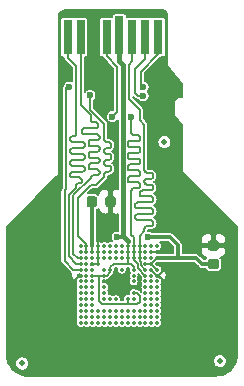
<source format=gbr>
G04 #@! TF.GenerationSoftware,KiCad,Pcbnew,(5.1.8)-1*
G04 #@! TF.CreationDate,2021-01-19T07:48:20+02:00*
G04 #@! TF.ProjectId,emmc-adapter,656d6d63-2d61-4646-9170-7465722e6b69,rev?*
G04 #@! TF.SameCoordinates,Original*
G04 #@! TF.FileFunction,Copper,L2,Bot*
G04 #@! TF.FilePolarity,Positive*
%FSLAX46Y46*%
G04 Gerber Fmt 4.6, Leading zero omitted, Abs format (unit mm)*
G04 Created by KiCad (PCBNEW (5.1.8)-1) date 2021-01-19 07:48:20*
%MOMM*%
%LPD*%
G01*
G04 APERTURE LIST*
G04 #@! TA.AperFunction,SMDPad,CuDef*
%ADD10C,0.500000*%
G04 #@! TD*
G04 #@! TA.AperFunction,SMDPad,CuDef*
%ADD11C,0.350000*%
G04 #@! TD*
G04 #@! TA.AperFunction,SMDPad,CuDef*
%ADD12R,0.800000X3.200000*%
G04 #@! TD*
G04 #@! TA.AperFunction,SMDPad,CuDef*
%ADD13R,0.800000X2.900000*%
G04 #@! TD*
G04 #@! TA.AperFunction,ViaPad*
%ADD14C,0.600000*%
G04 #@! TD*
G04 #@! TA.AperFunction,Conductor*
%ADD15C,0.200000*%
G04 #@! TD*
G04 #@! TA.AperFunction,Conductor*
%ADD16C,0.150000*%
G04 #@! TD*
G04 #@! TA.AperFunction,Conductor*
%ADD17C,0.300000*%
G04 #@! TD*
G04 #@! TA.AperFunction,Conductor*
%ADD18C,0.400000*%
G04 #@! TD*
G04 #@! TA.AperFunction,Conductor*
%ADD19C,0.100000*%
G04 #@! TD*
G04 APERTURE END LIST*
D10*
X122600000Y-62450000D03*
X110550000Y-81200000D03*
X127300000Y-81000000D03*
D11*
X115500000Y-71250000D03*
X115500000Y-71750000D03*
X115500000Y-72250000D03*
X115500000Y-72750000D03*
X115500000Y-73250000D03*
X115500000Y-73750000D03*
X115500000Y-74250000D03*
X115500000Y-74750000D03*
X115500000Y-75250000D03*
X115500000Y-75750000D03*
X115500000Y-76250000D03*
X115500000Y-76750000D03*
X115500000Y-77250000D03*
X115500000Y-77750000D03*
X116000000Y-71250000D03*
X116000000Y-71750000D03*
X116000000Y-72250000D03*
X116000000Y-72750000D03*
X116000000Y-73250000D03*
X116000000Y-73750000D03*
X116000000Y-74250000D03*
X116000000Y-74750000D03*
X116000000Y-75250000D03*
X116000000Y-75750000D03*
X116000000Y-76250000D03*
X116000000Y-76750000D03*
X116000000Y-77250000D03*
X116000000Y-77750000D03*
X116500000Y-71250000D03*
X116500000Y-71750000D03*
X116500000Y-72250000D03*
X116500000Y-72750000D03*
X116500000Y-73250000D03*
X116500000Y-73750000D03*
X116500000Y-74250000D03*
X116500000Y-74750000D03*
X116500000Y-75250000D03*
X116500000Y-75750000D03*
X116500000Y-76250000D03*
X116500000Y-76750000D03*
X116500000Y-77250000D03*
X116500000Y-77750000D03*
X117000000Y-71250000D03*
X117000000Y-71750000D03*
X117000000Y-72250000D03*
X117000000Y-72750000D03*
X117000000Y-76750000D03*
X117000000Y-77250000D03*
X117000000Y-77750000D03*
X117500000Y-71250000D03*
X117500000Y-71750000D03*
X117500000Y-72250000D03*
X117500000Y-73250000D03*
X117500000Y-73750000D03*
X117500000Y-74250000D03*
X117500000Y-74750000D03*
X117500000Y-75250000D03*
X117500000Y-75750000D03*
X117500000Y-76750000D03*
X117500000Y-77250000D03*
X117500000Y-77750000D03*
X118000000Y-71250000D03*
X118000000Y-71750000D03*
X118000000Y-72250000D03*
X118000000Y-73250000D03*
X118000000Y-75750000D03*
X118000000Y-76750000D03*
X118000000Y-77250000D03*
X118000000Y-77750000D03*
X118500000Y-71250000D03*
X118500000Y-71750000D03*
X118500000Y-72250000D03*
X118500000Y-73250000D03*
X118500000Y-75750000D03*
X118500000Y-76750000D03*
X118500000Y-77250000D03*
X118500000Y-77750000D03*
X119000000Y-71250000D03*
X119000000Y-71750000D03*
X119000000Y-72250000D03*
X119000000Y-73250000D03*
X119000000Y-75750000D03*
X119000000Y-76750000D03*
X119000000Y-77250000D03*
X119000000Y-77750000D03*
X119500000Y-71250000D03*
X119500000Y-71750000D03*
X119500000Y-72250000D03*
X119500000Y-73250000D03*
X119500000Y-75750000D03*
X119500000Y-76750000D03*
X119500000Y-77250000D03*
X119500000Y-77750000D03*
X120000000Y-71250000D03*
X120000000Y-71750000D03*
X120000000Y-72250000D03*
X120000000Y-73250000D03*
X120000000Y-73750000D03*
X120000000Y-74250000D03*
X120000000Y-74750000D03*
X120000000Y-75250000D03*
X120000000Y-75750000D03*
X120000000Y-76750000D03*
X120000000Y-77250000D03*
X120000000Y-77750000D03*
X120500000Y-71250000D03*
X120500000Y-71750000D03*
X120500000Y-72250000D03*
X120500000Y-76750000D03*
X120500000Y-77250000D03*
X120500000Y-77750000D03*
X121000000Y-71250000D03*
X121000000Y-71750000D03*
X121000000Y-72250000D03*
X121000000Y-72750000D03*
X121000000Y-73250000D03*
X121000000Y-73750000D03*
X121000000Y-74250000D03*
X121000000Y-74750000D03*
X121000000Y-75250000D03*
X121000000Y-75750000D03*
X121000000Y-76250000D03*
X121000000Y-76750000D03*
X121000000Y-77250000D03*
X121000000Y-77750000D03*
X121500000Y-71250000D03*
X121500000Y-71750000D03*
X121500000Y-72250000D03*
X121500000Y-72750000D03*
X121500000Y-73250000D03*
X121500000Y-73750000D03*
X121500000Y-74250000D03*
X121500000Y-74750000D03*
X121500000Y-75250000D03*
X121500000Y-75750000D03*
X121500000Y-76250000D03*
X121500000Y-76750000D03*
X121500000Y-77250000D03*
X121500000Y-77750000D03*
X122000000Y-71250000D03*
X122000000Y-71750000D03*
X122000000Y-72250000D03*
X122000000Y-72750000D03*
X122000000Y-73250000D03*
X122000000Y-73750000D03*
X122000000Y-74250000D03*
X122000000Y-74750000D03*
X122000000Y-75250000D03*
X122000000Y-75750000D03*
X122000000Y-76250000D03*
X122000000Y-76750000D03*
X122000000Y-77250000D03*
X122000000Y-77750000D03*
D12*
X118800000Y-53400000D03*
D13*
X119900000Y-53550000D03*
X121000000Y-53550000D03*
X117700000Y-53550000D03*
D12*
X116600000Y-53400000D03*
D13*
X115500000Y-53550000D03*
X114400000Y-53550000D03*
X122100000Y-53550000D03*
G04 #@! TA.AperFunction,SMDPad,CuDef*
G36*
G01*
X127006250Y-71650000D02*
X126493750Y-71650000D01*
G75*
G02*
X126275000Y-71431250I0J218750D01*
G01*
X126275000Y-70993750D01*
G75*
G02*
X126493750Y-70775000I218750J0D01*
G01*
X127006250Y-70775000D01*
G75*
G02*
X127225000Y-70993750I0J-218750D01*
G01*
X127225000Y-71431250D01*
G75*
G02*
X127006250Y-71650000I-218750J0D01*
G01*
G37*
G04 #@! TD.AperFunction*
G04 #@! TA.AperFunction,SMDPad,CuDef*
G36*
G01*
X127006250Y-73225000D02*
X126493750Y-73225000D01*
G75*
G02*
X126275000Y-73006250I0J218750D01*
G01*
X126275000Y-72568750D01*
G75*
G02*
X126493750Y-72350000I218750J0D01*
G01*
X127006250Y-72350000D01*
G75*
G02*
X127225000Y-72568750I0J-218750D01*
G01*
X127225000Y-73006250D01*
G75*
G02*
X127006250Y-73225000I-218750J0D01*
G01*
G37*
G04 #@! TD.AperFunction*
G04 #@! TA.AperFunction,SMDPad,CuDef*
G36*
G01*
X117600000Y-67756250D02*
X117600000Y-67243750D01*
G75*
G02*
X117818750Y-67025000I218750J0D01*
G01*
X118256250Y-67025000D01*
G75*
G02*
X118475000Y-67243750I0J-218750D01*
G01*
X118475000Y-67756250D01*
G75*
G02*
X118256250Y-67975000I-218750J0D01*
G01*
X117818750Y-67975000D01*
G75*
G02*
X117600000Y-67756250I0J218750D01*
G01*
G37*
G04 #@! TD.AperFunction*
G04 #@! TA.AperFunction,SMDPad,CuDef*
G36*
G01*
X116025000Y-67756250D02*
X116025000Y-67243750D01*
G75*
G02*
X116243750Y-67025000I218750J0D01*
G01*
X116681250Y-67025000D01*
G75*
G02*
X116900000Y-67243750I0J-218750D01*
G01*
X116900000Y-67756250D01*
G75*
G02*
X116681250Y-67975000I-218750J0D01*
G01*
X116243750Y-67975000D01*
G75*
G02*
X116025000Y-67756250I0J218750D01*
G01*
G37*
G04 #@! TD.AperFunction*
D14*
X118700000Y-74500000D03*
X117500000Y-70300000D03*
X117000000Y-57100000D03*
X117800000Y-57100000D03*
X116900000Y-59200000D03*
X117800000Y-59200000D03*
X113500000Y-74000000D03*
X118900000Y-79200000D03*
X124400000Y-74000000D03*
X122800000Y-71600000D03*
X116200000Y-57100000D03*
X121600000Y-57000000D03*
X114200000Y-57000000D03*
X124800000Y-69300000D03*
X118100000Y-65900000D03*
X113600000Y-79000000D03*
X124300000Y-79100000D03*
X113400000Y-69500000D03*
X122400000Y-57000000D03*
X121200000Y-70500000D03*
X118600000Y-70500000D03*
X120800000Y-58550003D03*
X116300000Y-58499996D03*
X118200000Y-60300000D03*
X119800000Y-60300000D03*
X120800000Y-57800000D03*
X114550000Y-57800000D03*
D15*
X116500000Y-72750000D02*
X117000000Y-72750000D01*
X117000000Y-72750000D02*
X117000000Y-72250000D01*
X117000000Y-72250000D02*
X117000000Y-71750000D01*
X117000000Y-71750000D02*
X117000000Y-71250000D01*
X117000000Y-71250000D02*
X117000000Y-71002513D01*
X117000000Y-71002513D02*
X117000000Y-70500000D01*
X117000000Y-70500000D02*
X117100000Y-70400000D01*
X121500000Y-71750000D02*
X122000000Y-71750000D01*
D16*
X122000000Y-73750000D02*
X121500000Y-73250000D01*
D17*
X122000000Y-71750000D02*
X122650000Y-71750000D01*
X122650000Y-71750000D02*
X122800000Y-71600000D01*
D15*
X116500000Y-71750000D02*
X116500000Y-71250000D01*
D17*
X116500000Y-67537500D02*
X116462500Y-67500000D01*
X116500000Y-71250000D02*
X116500000Y-67537500D01*
D15*
X117975001Y-73274999D02*
X118000000Y-73250000D01*
X117975001Y-73478001D02*
X117975001Y-73274999D01*
X117500000Y-73750000D02*
X117703002Y-73750000D01*
X117703002Y-73750000D02*
X117975001Y-73478001D01*
X121000000Y-72750000D02*
X121500000Y-72750000D01*
X117050000Y-73750000D02*
X117050000Y-75929002D01*
X117050000Y-75929002D02*
X117320998Y-76200000D01*
X117050000Y-73750000D02*
X117500000Y-73750000D01*
X116500000Y-73750000D02*
X117050000Y-73750000D01*
X117320998Y-76200000D02*
X119400000Y-76200000D01*
X119500000Y-76100000D02*
X119500000Y-75750000D01*
X119400000Y-76200000D02*
X119500000Y-76100000D01*
D16*
X121500000Y-72750000D02*
X122000000Y-73250000D01*
X121500000Y-72750000D02*
X122000000Y-72250000D01*
D15*
X119400000Y-76200000D02*
X120300000Y-76200000D01*
X120300000Y-76200000D02*
X120500000Y-76000000D01*
X120500000Y-76000000D02*
X120500000Y-75500000D01*
X120250000Y-75250000D02*
X120000000Y-75250000D01*
X120500000Y-75500000D02*
X120250000Y-75250000D01*
X120000000Y-73002513D02*
X120000000Y-73250000D01*
X119747487Y-72750000D02*
X120000000Y-73002513D01*
X118000000Y-73250000D02*
X118000000Y-73046998D01*
X118000000Y-73046998D02*
X118296998Y-72750000D01*
X119500000Y-72700000D02*
X119500000Y-72250000D01*
X119450000Y-72750000D02*
X119500000Y-72700000D01*
X119450000Y-72750000D02*
X119747487Y-72750000D01*
X118296998Y-72750000D02*
X119450000Y-72750000D01*
X119500000Y-72250000D02*
X119500000Y-71750000D01*
X119500000Y-71750000D02*
X119500000Y-71250000D01*
X119500000Y-71250000D02*
X119500000Y-70800000D01*
D18*
X118800000Y-55600000D02*
X119100000Y-55900000D01*
X119100000Y-55900000D02*
X119100000Y-70400000D01*
X118800000Y-53400000D02*
X118800000Y-55600000D01*
X119100000Y-70400000D02*
X119500000Y-70800000D01*
D17*
X125787500Y-72787500D02*
X126750000Y-72787500D01*
X125250000Y-72250000D02*
X125787500Y-72787500D01*
X123750000Y-72250000D02*
X123750000Y-71150000D01*
X123750000Y-72250000D02*
X125250000Y-72250000D01*
X122000000Y-72250000D02*
X123750000Y-72250000D01*
X123750000Y-71150000D02*
X123100000Y-70500000D01*
X123100000Y-70500000D02*
X121200000Y-70500000D01*
X119100000Y-70424264D02*
X119100000Y-70400000D01*
X119024264Y-70500000D02*
X119100000Y-70424264D01*
X118600000Y-70500000D02*
X119024264Y-70500000D01*
D16*
X121000000Y-73250000D02*
X120600000Y-72850000D01*
X120600000Y-72850000D02*
X120600000Y-72600000D01*
X120500000Y-72500000D02*
X120500000Y-72250000D01*
X120600000Y-72600000D02*
X120500000Y-72500000D01*
X120500000Y-72250000D02*
X120500000Y-71750000D01*
X120500000Y-71750000D02*
X120500000Y-71250000D01*
D15*
X119900000Y-55600000D02*
X119900000Y-53550000D01*
X119600000Y-58800000D02*
X119600000Y-55900000D01*
X120500000Y-60600000D02*
X120500000Y-59700000D01*
X120900000Y-61000000D02*
X120500000Y-60600000D01*
X120900000Y-64800000D02*
X120900000Y-61000000D01*
X120906268Y-64855630D02*
X120900000Y-64800000D01*
X120924757Y-64908470D02*
X120906268Y-64855630D01*
X120954542Y-64955872D02*
X120924757Y-64908470D01*
X120994127Y-64995457D02*
X120954542Y-64955872D01*
X121041529Y-65025242D02*
X120994127Y-64995457D01*
X121094369Y-65043731D02*
X121041529Y-65025242D01*
X121150000Y-65050000D02*
X121094369Y-65043731D01*
X121424431Y-65050000D02*
X121150000Y-65050000D01*
X121480061Y-65056268D02*
X121424431Y-65050000D01*
X121532901Y-65074757D02*
X121480061Y-65056268D01*
X121580303Y-65104542D02*
X121532901Y-65074757D01*
X121619888Y-65144127D02*
X121580303Y-65104542D01*
X121649673Y-65191529D02*
X121619888Y-65144127D01*
X121668162Y-65244369D02*
X121649673Y-65191529D01*
X121674431Y-65300000D02*
X121668162Y-65244369D01*
X121668162Y-65355630D02*
X121674431Y-65300000D01*
X121649673Y-65408470D02*
X121668162Y-65355630D01*
X121619888Y-65455872D02*
X121649673Y-65408470D01*
X121580303Y-65495457D02*
X121619888Y-65455872D01*
X121532901Y-65525242D02*
X121580303Y-65495457D01*
X121480061Y-65543731D02*
X121532901Y-65525242D01*
X121424431Y-65550000D02*
X121480061Y-65543731D01*
X121150000Y-65550000D02*
X121424431Y-65550000D01*
X121094369Y-65556268D02*
X121150000Y-65550000D01*
X121041529Y-65574757D02*
X121094369Y-65556268D01*
X120994127Y-65604542D02*
X121041529Y-65574757D01*
X120954542Y-65644127D02*
X120994127Y-65604542D01*
X120924757Y-65691529D02*
X120954542Y-65644127D01*
X120906268Y-65744369D02*
X120924757Y-65691529D01*
X120900000Y-65800000D02*
X120906268Y-65744369D01*
X120906268Y-65855630D02*
X120900000Y-65800000D01*
X120924757Y-65908470D02*
X120906268Y-65855630D01*
X120954542Y-65955872D02*
X120924757Y-65908470D01*
X120994127Y-65995457D02*
X120954542Y-65955872D01*
X121041529Y-66025242D02*
X120994127Y-65995457D01*
X121094369Y-66043731D02*
X121041529Y-66025242D01*
X121150000Y-66050000D02*
X121094369Y-66043731D01*
X121424431Y-66050000D02*
X121150000Y-66050000D01*
X121480061Y-66056268D02*
X121424431Y-66050000D01*
X121532901Y-66074757D02*
X121480061Y-66056268D01*
X121580303Y-66104542D02*
X121532901Y-66074757D01*
X121619888Y-66144127D02*
X121580303Y-66104542D01*
X121649673Y-66191529D02*
X121619888Y-66144127D01*
X121668162Y-66244369D02*
X121649673Y-66191529D01*
X121674431Y-66300000D02*
X121668162Y-66244369D01*
X121668162Y-66355630D02*
X121674431Y-66300000D01*
X121649673Y-66408470D02*
X121668162Y-66355630D01*
X121619888Y-66455872D02*
X121649673Y-66408470D01*
X121580303Y-66495457D02*
X121619888Y-66455872D01*
X121532901Y-66525242D02*
X121580303Y-66495457D01*
X121480061Y-66543731D02*
X121532901Y-66525242D01*
X121424431Y-66550000D02*
X121480061Y-66543731D01*
X120712784Y-66550000D02*
X121424431Y-66550000D01*
X120671125Y-66554693D02*
X120712784Y-66550000D01*
X120631555Y-66568540D02*
X120671125Y-66554693D01*
X120596058Y-66590844D02*
X120631555Y-66568540D01*
X120566414Y-66620488D02*
X120596058Y-66590844D01*
X121649673Y-68408470D02*
X121668162Y-68355630D01*
X121619888Y-68455872D02*
X121649673Y-68408470D01*
X121580303Y-68495457D02*
X121619888Y-68455872D01*
X120500000Y-59700000D02*
X119600000Y-58800000D01*
X120906268Y-69744369D02*
X120924757Y-69691529D01*
X121532901Y-68525242D02*
X121580303Y-68495457D01*
X121480061Y-68543731D02*
X121532901Y-68525242D01*
X121424431Y-68550000D02*
X121480061Y-68543731D01*
X120319939Y-68556268D02*
X120375569Y-68550000D01*
X120180112Y-68644127D02*
X120219697Y-68604542D01*
X121619888Y-67455872D02*
X121649673Y-67408470D01*
X120150327Y-68691529D02*
X120180112Y-68644127D01*
X120125569Y-68800000D02*
X120131838Y-68744369D01*
X121480061Y-67056268D02*
X121424431Y-67050000D01*
X120131838Y-68855630D02*
X120125569Y-68800000D01*
X120150327Y-68908470D02*
X120131838Y-68855630D01*
X120180112Y-68955872D02*
X120150327Y-68908470D01*
X120530263Y-66695555D02*
X120544110Y-66655985D01*
X120219697Y-68604542D02*
X120267099Y-68574757D01*
X120267099Y-69025242D02*
X120219697Y-68995457D01*
X121480061Y-69056268D02*
X121424431Y-69050000D01*
X121094369Y-69556268D02*
X121150000Y-69550000D01*
X121041529Y-69574757D02*
X121094369Y-69556268D01*
X121668162Y-67244369D02*
X121649673Y-67191529D01*
X121424431Y-69050000D02*
X120375569Y-69050000D01*
X121619888Y-69144127D02*
X121580303Y-69104542D01*
X121532901Y-69074757D02*
X121480061Y-69056268D01*
X120954542Y-69644127D02*
X120994127Y-69604542D01*
X121424431Y-67550000D02*
X121480061Y-67543731D01*
X121619888Y-69455872D02*
X121649673Y-69408470D01*
X120131838Y-68744369D02*
X120150327Y-68691529D01*
X120712784Y-67050000D02*
X120671125Y-67045306D01*
X120924757Y-69691529D02*
X120954542Y-69644127D01*
X121532901Y-68074757D02*
X121480061Y-68056268D01*
X120219697Y-68995457D02*
X120180112Y-68955872D01*
X120500000Y-70400000D02*
X120900000Y-70000000D01*
X120319939Y-69043731D02*
X120267099Y-69025242D01*
X121649673Y-67191529D02*
X121619888Y-67144127D01*
X120900000Y-69800000D02*
X120906268Y-69744369D01*
X121580303Y-67495457D02*
X121619888Y-67455872D01*
X121668162Y-69244369D02*
X121649673Y-69191529D01*
X121649673Y-69191529D02*
X121619888Y-69144127D01*
X120267099Y-68574757D02*
X120319939Y-68556268D01*
X120994127Y-69604542D02*
X121041529Y-69574757D01*
X121580303Y-69104542D02*
X121532901Y-69074757D01*
X121150000Y-69550000D02*
X121424431Y-69550000D01*
X119600000Y-55900000D02*
X119900000Y-55600000D01*
X120500000Y-71250000D02*
X120500000Y-70400000D01*
X120900000Y-70000000D02*
X120900000Y-69800000D01*
X121424431Y-67050000D02*
X120712784Y-67050000D01*
X121424431Y-69550000D02*
X121480061Y-69543731D01*
X121480061Y-69543731D02*
X121532901Y-69525242D01*
X121532901Y-69525242D02*
X121580303Y-69495457D01*
X120375569Y-69050000D02*
X120319939Y-69043731D01*
X121649673Y-69408470D02*
X121668162Y-69355630D01*
X121580303Y-69495457D02*
X121619888Y-69455872D01*
X120566414Y-66979511D02*
X120544110Y-66944014D01*
X121668162Y-69355630D02*
X121674431Y-69300000D01*
X120375569Y-68550000D02*
X121424431Y-68550000D01*
X121580303Y-67104542D02*
X121532901Y-67074757D01*
X121674431Y-69300000D02*
X121668162Y-69244369D01*
X121668162Y-68355630D02*
X121674431Y-68300000D01*
X121674431Y-68300000D02*
X121668162Y-68244369D01*
X121668162Y-68244369D02*
X121649673Y-68191529D01*
X121649673Y-68191529D02*
X121619888Y-68144127D01*
X120530263Y-66904444D02*
X120525569Y-66862785D01*
X121619888Y-68144127D02*
X121580303Y-68104542D01*
X121580303Y-68104542D02*
X121532901Y-68074757D01*
X121480061Y-68056268D02*
X121424431Y-68050000D01*
X121424431Y-68050000D02*
X120375569Y-68050000D01*
X120375569Y-68050000D02*
X120319939Y-68043731D01*
X120319939Y-68043731D02*
X120267099Y-68025242D01*
X120267099Y-68025242D02*
X120219697Y-67995457D01*
X120219697Y-67995457D02*
X120180112Y-67955872D01*
X120180112Y-67955872D02*
X120150327Y-67908470D01*
X120150327Y-67908470D02*
X120131838Y-67855630D01*
X121480061Y-67543731D02*
X121532901Y-67525242D01*
X120131838Y-67855630D02*
X120125569Y-67800000D01*
X121668162Y-67355630D02*
X121674431Y-67300000D01*
X120125569Y-67800000D02*
X120131838Y-67744369D01*
X120131838Y-67744369D02*
X120150327Y-67691529D01*
X120150327Y-67691529D02*
X120180112Y-67644127D01*
X120180112Y-67644127D02*
X120219697Y-67604542D01*
X120219697Y-67604542D02*
X120267099Y-67574757D01*
X120544110Y-66944014D02*
X120530263Y-66904444D01*
X120267099Y-67574757D02*
X120319939Y-67556268D01*
X120319939Y-67556268D02*
X120375569Y-67550000D01*
X120375569Y-67550000D02*
X121424431Y-67550000D01*
X121532901Y-67525242D02*
X121580303Y-67495457D01*
X121649673Y-67408470D02*
X121668162Y-67355630D01*
X121674431Y-67300000D02*
X121668162Y-67244369D01*
X121619888Y-67144127D02*
X121580303Y-67104542D01*
X121532901Y-67074757D02*
X121480061Y-67056268D01*
X120671125Y-67045306D02*
X120631555Y-67031459D01*
X120631555Y-67031459D02*
X120596058Y-67009155D01*
X120596058Y-67009155D02*
X120566414Y-66979511D01*
X120525569Y-66862785D02*
X120525569Y-66737215D01*
X120525569Y-66737215D02*
X120530263Y-66695555D01*
X120544110Y-66655985D02*
X120566414Y-66620488D01*
X120375736Y-58550003D02*
X120100000Y-58274267D01*
X120100000Y-56300000D02*
X121000000Y-55400000D01*
X120800000Y-58550003D02*
X120375736Y-58550003D01*
X120100000Y-58274267D02*
X120100000Y-56300000D01*
X121000000Y-55400000D02*
X121000000Y-53550000D01*
X116300000Y-59700000D02*
X116300000Y-58499996D01*
X117500000Y-60900000D02*
X116300000Y-59700000D01*
X117500000Y-62200000D02*
X117500000Y-60900000D01*
X117858946Y-63950000D02*
X117914576Y-63943731D01*
X117750000Y-63950000D02*
X117858946Y-63950000D01*
X117694369Y-63956268D02*
X117750000Y-63950000D01*
X117641529Y-63974757D02*
X117694369Y-63956268D01*
X117594127Y-64004542D02*
X117641529Y-63974757D01*
X117554542Y-64044127D02*
X117594127Y-64004542D01*
X117524757Y-64091529D02*
X117554542Y-64044127D01*
X117506268Y-64144369D02*
X117524757Y-64091529D01*
X117500000Y-64200000D02*
X117506268Y-64144369D01*
X117554542Y-64355872D02*
X117524757Y-64308470D01*
X117594127Y-64395457D02*
X117554542Y-64355872D01*
X117641529Y-64425242D02*
X117594127Y-64395457D01*
X117694369Y-64443731D02*
X117641529Y-64425242D01*
X118108946Y-63700000D02*
X118102677Y-63644369D01*
X117506268Y-62255630D02*
X117500000Y-62200000D01*
X117750000Y-64450000D02*
X117694369Y-64443731D01*
X117858946Y-64450000D02*
X117750000Y-64450000D01*
X117967416Y-64474757D02*
X117914576Y-64456268D01*
X117858946Y-63450000D02*
X117750000Y-63450000D01*
X118014818Y-64504542D02*
X117967416Y-64474757D01*
X118054403Y-64544127D02*
X118014818Y-64504542D01*
X117967416Y-62474757D02*
X117914576Y-62456268D01*
X118084188Y-64591529D02*
X118054403Y-64544127D01*
X117506268Y-65144369D02*
X117524757Y-65091529D01*
X117641529Y-62425242D02*
X117594127Y-62395457D01*
X117914576Y-64456268D02*
X117858946Y-64450000D01*
X117524757Y-62308470D02*
X117506268Y-62255630D01*
X117500000Y-65200000D02*
X117506268Y-65144369D01*
X117500000Y-65400000D02*
X117500000Y-65200000D01*
X117694369Y-64956268D02*
X117750000Y-64950000D01*
X118014818Y-62504542D02*
X117967416Y-62474757D01*
X117914576Y-63943731D02*
X117967416Y-63925242D01*
X117594127Y-63004542D02*
X117641529Y-62974757D01*
X116000000Y-71750000D02*
X116000000Y-71100000D01*
X117858946Y-62450000D02*
X117750000Y-62450000D01*
X117554542Y-65044127D02*
X117594127Y-65004542D01*
X116000000Y-71100000D02*
X115300000Y-70400000D01*
X117524757Y-64308470D02*
X117506268Y-64255630D01*
X115300000Y-70400000D02*
X115300000Y-67150000D01*
X115300000Y-67150000D02*
X116350000Y-66100000D01*
X117694369Y-62956268D02*
X117750000Y-62950000D01*
X117641529Y-64974757D02*
X117694369Y-64956268D01*
X117524757Y-65091529D02*
X117554542Y-65044127D01*
X116800000Y-66100000D02*
X117500000Y-65400000D01*
X117594127Y-65004542D02*
X117641529Y-64974757D01*
X118054403Y-64855872D02*
X118084188Y-64808470D01*
X117750000Y-64950000D02*
X117858946Y-64950000D01*
X117914576Y-62943731D02*
X117967416Y-62925242D01*
X118108946Y-64700000D02*
X118102677Y-64644369D01*
X117641529Y-63425242D02*
X117594127Y-63395457D01*
X117858946Y-64950000D02*
X117914576Y-64943731D01*
X117694369Y-63443731D02*
X117641529Y-63425242D01*
X117506268Y-64255630D02*
X117500000Y-64200000D01*
X117914576Y-64943731D02*
X117967416Y-64925242D01*
X117506268Y-63255630D02*
X117500000Y-63200000D01*
X116350000Y-66100000D02*
X116800000Y-66100000D01*
X117500000Y-63200000D02*
X117506268Y-63144369D01*
X118014818Y-64895457D02*
X118054403Y-64855872D01*
X117694369Y-62443731D02*
X117641529Y-62425242D01*
X117967416Y-64925242D02*
X118014818Y-64895457D01*
X117554542Y-63044127D02*
X117594127Y-63004542D01*
X118084188Y-64808470D02*
X118102677Y-64755630D01*
X117524757Y-63308470D02*
X117506268Y-63255630D01*
X118102677Y-64644369D02*
X118084188Y-64591529D01*
X117641529Y-62974757D02*
X117694369Y-62956268D01*
X118102677Y-64755630D02*
X118108946Y-64700000D01*
X117967416Y-63925242D02*
X118014818Y-63895457D01*
X118014818Y-63895457D02*
X118054403Y-63855872D01*
X118054403Y-63855872D02*
X118084188Y-63808470D01*
X118084188Y-63808470D02*
X118102677Y-63755630D01*
X118054403Y-62544127D02*
X118014818Y-62504542D01*
X118102677Y-63755630D02*
X118108946Y-63700000D01*
X118102677Y-63644369D02*
X118084188Y-63591529D01*
X118084188Y-63591529D02*
X118054403Y-63544127D01*
X118054403Y-63544127D02*
X118014818Y-63504542D01*
X118014818Y-63504542D02*
X117967416Y-63474757D01*
X117967416Y-63474757D02*
X117914576Y-63456268D01*
X117914576Y-63456268D02*
X117858946Y-63450000D01*
X117750000Y-63450000D02*
X117694369Y-63443731D01*
X117594127Y-63395457D02*
X117554542Y-63355872D01*
X117554542Y-63355872D02*
X117524757Y-63308470D01*
X117506268Y-63144369D02*
X117524757Y-63091529D01*
X117524757Y-63091529D02*
X117554542Y-63044127D01*
X117750000Y-62950000D02*
X117858946Y-62950000D01*
X117858946Y-62950000D02*
X117914576Y-62943731D01*
X117967416Y-62925242D02*
X118014818Y-62895457D01*
X118014818Y-62895457D02*
X118054403Y-62855872D01*
X118054403Y-62855872D02*
X118084188Y-62808470D01*
X118084188Y-62808470D02*
X118102677Y-62755630D01*
X118102677Y-62755630D02*
X118108946Y-62700000D01*
X118108946Y-62700000D02*
X118102677Y-62644369D01*
X118102677Y-62644369D02*
X118084188Y-62591529D01*
X118084188Y-62591529D02*
X118054403Y-62544127D01*
X117914576Y-62456268D02*
X117858946Y-62450000D01*
X117750000Y-62450000D02*
X117694369Y-62443731D01*
X117594127Y-62395457D02*
X117554542Y-62355872D01*
X117554542Y-62355872D02*
X117524757Y-62308470D01*
D16*
X120349992Y-73099992D02*
X121000000Y-73750000D01*
X120349992Y-72749992D02*
X120349992Y-73099992D01*
X120000000Y-72250000D02*
X120000000Y-72400000D01*
X120000000Y-72400000D02*
X120349992Y-72749992D01*
X120000000Y-72250000D02*
X120000000Y-71750000D01*
X120000000Y-71750000D02*
X120000000Y-71250000D01*
D15*
X117700000Y-55200000D02*
X117700000Y-53550000D01*
X118600000Y-56100000D02*
X117700000Y-55200000D01*
X118200000Y-60300000D02*
X118600000Y-59900000D01*
X118600000Y-59900000D02*
X118600000Y-56100000D01*
X119800000Y-60551038D02*
X119800000Y-60300000D01*
X119800000Y-61600000D02*
X119800000Y-60551038D01*
X119806268Y-61655630D02*
X119800000Y-61600000D01*
X119824757Y-61708470D02*
X119806268Y-61655630D01*
X119854542Y-61755872D02*
X119824757Y-61708470D01*
X119894127Y-61795457D02*
X119854542Y-61755872D01*
X119941529Y-61825242D02*
X119894127Y-61795457D01*
X119994369Y-61843731D02*
X119941529Y-61825242D01*
X120050000Y-61850000D02*
X119994369Y-61843731D01*
X120321959Y-61850000D02*
X120050000Y-61850000D01*
X120377589Y-61856268D02*
X120321959Y-61850000D01*
X120430429Y-61874757D02*
X120377589Y-61856268D01*
X120477831Y-61904542D02*
X120430429Y-61874757D01*
X120517416Y-61944127D02*
X120477831Y-61904542D01*
X120547201Y-61991529D02*
X120517416Y-61944127D01*
X120565690Y-62044369D02*
X120547201Y-61991529D01*
X120571959Y-62100000D02*
X120565690Y-62044369D01*
X120565690Y-62155630D02*
X120571959Y-62100000D01*
X120547201Y-62208470D02*
X120565690Y-62155630D01*
X120517416Y-62255872D02*
X120547201Y-62208470D01*
X120477831Y-62295457D02*
X120517416Y-62255872D01*
X120430429Y-62325242D02*
X120477831Y-62295457D01*
X120377589Y-62343731D02*
X120430429Y-62325242D01*
X120321959Y-62350000D02*
X120377589Y-62343731D01*
X119664020Y-62350000D02*
X120321959Y-62350000D01*
X119633762Y-62353409D02*
X119664020Y-62350000D01*
X119605021Y-62363466D02*
X119633762Y-62353409D01*
X119579239Y-62379666D02*
X119605021Y-62363466D01*
X119557708Y-62401197D02*
X119579239Y-62379666D01*
X119541508Y-62426979D02*
X119557708Y-62401197D01*
X119531451Y-62455720D02*
X119541508Y-62426979D01*
X119528041Y-62485979D02*
X119531451Y-62455720D01*
X119528041Y-62714021D02*
X119528041Y-62485979D01*
X119531451Y-62744279D02*
X119528041Y-62714021D01*
X119541508Y-62773020D02*
X119531451Y-62744279D01*
X119557708Y-62798802D02*
X119541508Y-62773020D01*
X119579239Y-62820333D02*
X119557708Y-62798802D01*
X119605021Y-62836533D02*
X119579239Y-62820333D01*
X119633762Y-62846590D02*
X119605021Y-62836533D01*
X119664020Y-62850000D02*
X119633762Y-62846590D01*
X120321959Y-62850000D02*
X119664020Y-62850000D01*
X120377589Y-62856268D02*
X120321959Y-62850000D01*
X120430429Y-62874757D02*
X120377589Y-62856268D01*
X120477831Y-62904542D02*
X120430429Y-62874757D01*
X120517416Y-62944127D02*
X120477831Y-62904542D01*
X120547201Y-62991529D02*
X120517416Y-62944127D01*
X120565690Y-63044369D02*
X120547201Y-62991529D01*
X120571959Y-63100000D02*
X120565690Y-63044369D01*
X120565690Y-63155630D02*
X120571959Y-63100000D01*
X120547201Y-63208470D02*
X120565690Y-63155630D01*
X120517416Y-63255872D02*
X120547201Y-63208470D01*
X120477831Y-63295457D02*
X120517416Y-63255872D01*
X120430429Y-63325242D02*
X120477831Y-63295457D01*
X120377589Y-63343731D02*
X120430429Y-63325242D01*
X120321959Y-63350000D02*
X120377589Y-63343731D01*
X119664020Y-63350000D02*
X120321959Y-63350000D01*
X119633762Y-63353409D02*
X119664020Y-63350000D01*
X119605021Y-63363466D02*
X119633762Y-63353409D01*
X119579239Y-63379666D02*
X119605021Y-63363466D01*
X119557708Y-63401197D02*
X119579239Y-63379666D01*
X119541508Y-63426979D02*
X119557708Y-63401197D01*
X119531451Y-63455720D02*
X119541508Y-63426979D01*
X120477831Y-65295457D02*
X120517416Y-65255872D01*
X120321959Y-66350000D02*
X120377589Y-66343731D01*
X120430429Y-65325242D02*
X120477831Y-65295457D01*
X120321959Y-65350000D02*
X120377589Y-65343731D01*
X119664020Y-65350000D02*
X120321959Y-65350000D01*
X119633762Y-65353409D02*
X119664020Y-65350000D01*
X120430429Y-63874757D02*
X120377589Y-63856268D01*
X119605021Y-65363466D02*
X119633762Y-65353409D01*
X119664020Y-64850000D02*
X119633762Y-64846590D01*
X119579239Y-65379666D02*
X119605021Y-65363466D01*
X119531451Y-63744279D02*
X119528041Y-63714021D01*
X119557708Y-65401197D02*
X119579239Y-65379666D01*
X120430429Y-64325242D02*
X120477831Y-64295457D01*
X119541508Y-65426979D02*
X119557708Y-65401197D01*
X120377589Y-64343731D02*
X120430429Y-64325242D01*
X119528041Y-65485979D02*
X119531451Y-65455720D01*
X119633762Y-64846590D02*
X119605021Y-64836533D01*
X119531451Y-65455720D02*
X119541508Y-65426979D01*
X119605021Y-64363466D02*
X119633762Y-64353409D01*
X119528041Y-65714021D02*
X119528041Y-65485979D01*
X119541508Y-65773020D02*
X119531451Y-65744279D01*
X119531451Y-65744279D02*
X119528041Y-65714021D01*
X119557708Y-65798802D02*
X119541508Y-65773020D01*
X119557708Y-64798802D02*
X119541508Y-64773020D01*
X119579239Y-65820333D02*
X119557708Y-65798802D01*
X119605021Y-65836533D02*
X119579239Y-65820333D01*
X120377589Y-65343731D02*
X120430429Y-65325242D01*
X119633762Y-65846590D02*
X119605021Y-65836533D01*
X120321959Y-63850000D02*
X119664020Y-63850000D01*
X120321959Y-65850000D02*
X119664020Y-65850000D01*
X120377589Y-65856268D02*
X120321959Y-65850000D01*
X120050000Y-66350000D02*
X120321959Y-66350000D01*
X119664020Y-65850000D02*
X119633762Y-65846590D01*
X119941529Y-66374757D02*
X119994369Y-66356268D01*
X119531451Y-64455720D02*
X119541508Y-64426979D01*
X120565690Y-66155630D02*
X120571959Y-66100000D01*
X119994369Y-66356268D02*
X120050000Y-66350000D01*
X120565690Y-65155630D02*
X120571959Y-65100000D01*
X120547201Y-66208470D02*
X120565690Y-66155630D01*
X119894127Y-66404542D02*
X119941529Y-66374757D01*
X119824757Y-66491529D02*
X119854542Y-66444127D01*
X120000000Y-71250000D02*
X120000000Y-70500000D01*
X120000000Y-70500000D02*
X119800000Y-70300000D01*
X120321959Y-64850000D02*
X119664020Y-64850000D01*
X119800000Y-70300000D02*
X119800000Y-66600000D01*
X120571959Y-66100000D02*
X120565690Y-66044369D01*
X120477831Y-64904542D02*
X120430429Y-64874757D01*
X119800000Y-66600000D02*
X119806268Y-66544369D01*
X120517416Y-63944127D02*
X120477831Y-63904542D01*
X119854542Y-66444127D02*
X119894127Y-66404542D01*
X119806268Y-66544369D02*
X119824757Y-66491529D01*
X120377589Y-63856268D02*
X120321959Y-63850000D01*
X120477831Y-66295457D02*
X120517416Y-66255872D01*
X120377589Y-66343731D02*
X120430429Y-66325242D01*
X120517416Y-65255872D02*
X120547201Y-65208470D01*
X120430429Y-66325242D02*
X120477831Y-66295457D01*
X120477831Y-65904542D02*
X120430429Y-65874757D01*
X120571959Y-64100000D02*
X120565690Y-64044369D01*
X120517416Y-66255872D02*
X120547201Y-66208470D01*
X120430429Y-65874757D02*
X120377589Y-65856268D01*
X120571959Y-65100000D02*
X120565690Y-65044369D01*
X120565690Y-66044369D02*
X120547201Y-65991529D01*
X120547201Y-65991529D02*
X120517416Y-65944127D01*
X120517416Y-65944127D02*
X120477831Y-65904542D01*
X119579239Y-64820333D02*
X119557708Y-64798802D01*
X120547201Y-65208470D02*
X120565690Y-65155630D01*
X120565690Y-65044369D02*
X120547201Y-64991529D01*
X120547201Y-64991529D02*
X120517416Y-64944127D01*
X120517416Y-64944127D02*
X120477831Y-64904542D01*
X120430429Y-64874757D02*
X120377589Y-64856268D01*
X120377589Y-64856268D02*
X120321959Y-64850000D01*
X119605021Y-64836533D02*
X119579239Y-64820333D01*
X119541508Y-64773020D02*
X119531451Y-64744279D01*
X119531451Y-64744279D02*
X119528041Y-64714021D01*
X119528041Y-64714021D02*
X119528041Y-64485979D01*
X119528041Y-64485979D02*
X119531451Y-64455720D01*
X119541508Y-64426979D02*
X119557708Y-64401197D01*
X119557708Y-64401197D02*
X119579239Y-64379666D01*
X119579239Y-64379666D02*
X119605021Y-64363466D01*
X119633762Y-64353409D02*
X119664020Y-64350000D01*
X119664020Y-64350000D02*
X120321959Y-64350000D01*
X120321959Y-64350000D02*
X120377589Y-64343731D01*
X120477831Y-64295457D02*
X120517416Y-64255872D01*
X120517416Y-64255872D02*
X120547201Y-64208470D01*
X120547201Y-64208470D02*
X120565690Y-64155630D01*
X120565690Y-64155630D02*
X120571959Y-64100000D01*
X120565690Y-64044369D02*
X120547201Y-63991529D01*
X120547201Y-63991529D02*
X120517416Y-63944127D01*
X120477831Y-63904542D02*
X120430429Y-63874757D01*
X119664020Y-63850000D02*
X119633762Y-63846590D01*
X119633762Y-63846590D02*
X119605021Y-63836533D01*
X119605021Y-63836533D02*
X119579239Y-63820333D01*
X119579239Y-63820333D02*
X119557708Y-63798802D01*
X119557708Y-63798802D02*
X119541508Y-63773020D01*
X119541508Y-63773020D02*
X119531451Y-63744279D01*
X119528041Y-63714021D02*
X119528041Y-63485979D01*
X119528041Y-63485979D02*
X119531451Y-63455720D01*
X115500000Y-59324278D02*
X115500000Y-53550000D01*
X116350000Y-60511323D02*
X116350000Y-60174278D01*
X116356268Y-60566953D02*
X116350000Y-60511323D01*
X116374757Y-60619793D02*
X116356268Y-60566953D01*
X116491529Y-60736565D02*
X116444127Y-60706780D01*
X116600000Y-60761323D02*
X116544369Y-60755054D01*
X116764570Y-60761323D02*
X116600000Y-60761323D01*
X116920442Y-60815865D02*
X116873040Y-60786080D01*
X116960027Y-60855450D02*
X116920442Y-60815865D01*
X116989812Y-60902852D02*
X116960027Y-60855450D01*
X117008301Y-60955692D02*
X116989812Y-60902852D01*
X117014570Y-61011323D02*
X117008301Y-60955692D01*
X117008301Y-61066953D02*
X117014570Y-61011323D01*
X116989812Y-61119793D02*
X117008301Y-61066953D01*
X116960027Y-61167195D02*
X116989812Y-61119793D01*
X116920442Y-61206780D02*
X116960027Y-61167195D01*
X116873040Y-61236565D02*
X116920442Y-61206780D01*
X116820200Y-61255054D02*
X116873040Y-61236565D01*
X116764570Y-61261323D02*
X116820200Y-61255054D01*
X115835430Y-61261323D02*
X116764570Y-61261323D01*
X115779800Y-61267591D02*
X115835430Y-61261323D01*
X115726960Y-61286080D02*
X115779800Y-61267591D01*
X115679558Y-61315865D02*
X115726960Y-61286080D01*
X115639973Y-61355450D02*
X115679558Y-61315865D01*
X115610188Y-61402852D02*
X115639973Y-61355450D01*
X115591699Y-61455692D02*
X115610188Y-61402852D01*
X115585430Y-61511323D02*
X115591699Y-61455692D01*
X115591699Y-61566953D02*
X115585430Y-61511323D01*
X115610188Y-61619793D02*
X115591699Y-61566953D01*
X115639973Y-61667195D02*
X115610188Y-61619793D01*
X115679558Y-61706780D02*
X115639973Y-61667195D01*
X115726960Y-61736565D02*
X115679558Y-61706780D01*
X115779800Y-61755054D02*
X115726960Y-61736565D01*
X115835430Y-61761323D02*
X115779800Y-61755054D01*
X116864570Y-61761323D02*
X115835430Y-61761323D01*
X116920200Y-61767591D02*
X116864570Y-61761323D01*
X116973040Y-61786080D02*
X116920200Y-61767591D01*
X117020442Y-61815865D02*
X116973040Y-61786080D01*
X117060027Y-61855450D02*
X117020442Y-61815865D01*
X117089812Y-61902852D02*
X117060027Y-61855450D01*
X117108301Y-61955692D02*
X117089812Y-61902852D01*
X117114570Y-62011323D02*
X117108301Y-61955692D01*
X117108301Y-62066953D02*
X117114570Y-62011323D01*
X117089812Y-62119793D02*
X117108301Y-62066953D01*
X117060027Y-62167195D02*
X117089812Y-62119793D01*
X117020442Y-62206780D02*
X117060027Y-62167195D01*
X116973040Y-62236565D02*
X117020442Y-62206780D01*
X116920200Y-62255054D02*
X116973040Y-62236565D01*
X116864570Y-62261323D02*
X116920200Y-62255054D01*
X116292715Y-62261323D02*
X116864570Y-62261323D01*
X116279968Y-62262759D02*
X116292715Y-62261323D01*
X116267860Y-62266995D02*
X116279968Y-62262759D01*
X116256999Y-62273820D02*
X116267860Y-62266995D01*
X116247928Y-62282891D02*
X116256999Y-62273820D01*
X116241103Y-62293752D02*
X116247928Y-62282891D01*
X116236867Y-62305860D02*
X116241103Y-62293752D01*
X116235430Y-62318608D02*
X116236867Y-62305860D01*
X116920200Y-64255054D02*
X116973040Y-64236565D01*
X116864570Y-64261323D02*
X116920200Y-64255054D01*
X116292715Y-64261323D02*
X116864570Y-64261323D01*
X116279968Y-64262759D02*
X116292715Y-64261323D01*
X116267860Y-64266995D02*
X116279968Y-64262759D01*
X117020442Y-63815865D02*
X116973040Y-63786080D01*
X116256999Y-64273820D02*
X116267860Y-64266995D01*
X116247928Y-64282891D02*
X116256999Y-64273820D01*
X116235430Y-64318608D02*
X116236867Y-64305860D01*
X116241103Y-64728893D02*
X116236867Y-64716785D01*
X116247928Y-64739754D02*
X116241103Y-64728893D01*
X116256999Y-64748825D02*
X116247928Y-64739754D01*
X116236867Y-63716785D02*
X116235430Y-63704038D01*
X116267860Y-64755650D02*
X116256999Y-64748825D01*
X116404542Y-60667195D02*
X116374757Y-60619793D01*
X116279968Y-64759886D02*
X116267860Y-64755650D01*
X116292715Y-64761323D02*
X116279968Y-64759886D01*
X116444127Y-60706780D02*
X116404542Y-60667195D01*
X116864570Y-64761323D02*
X116292715Y-64761323D01*
X116279968Y-63262759D02*
X116292715Y-63261323D01*
X116920200Y-64767591D02*
X116864570Y-64761323D01*
X116973040Y-64786080D02*
X116920200Y-64767591D01*
X117020442Y-64815865D02*
X116973040Y-64786080D01*
X117089812Y-65119793D02*
X117108301Y-65066953D01*
X116256999Y-63273820D02*
X116267860Y-63266995D01*
X116235430Y-64704038D02*
X116235430Y-64318608D01*
X117020442Y-63206780D02*
X117060027Y-63167195D01*
X116444127Y-65315865D02*
X116491529Y-65286080D01*
X116544369Y-65267591D02*
X116600000Y-65261323D01*
X116920200Y-65255054D02*
X116973040Y-65236565D01*
X116920200Y-62767591D02*
X116864570Y-62761323D01*
X117020442Y-64206780D02*
X117060027Y-64167195D01*
X117060027Y-63855450D02*
X117020442Y-63815865D01*
X116491529Y-65286080D02*
X116544369Y-65267591D01*
X116356268Y-65455692D02*
X116374757Y-65402852D01*
X114900000Y-71897487D02*
X114900000Y-66961323D01*
X117089812Y-62902852D02*
X117060027Y-62855450D01*
X115252513Y-72250000D02*
X114900000Y-71897487D01*
X116267860Y-63755650D02*
X116256999Y-63748825D01*
X115500000Y-72250000D02*
X115252513Y-72250000D01*
X117114570Y-63011323D02*
X117108301Y-62955692D01*
X116973040Y-64236565D02*
X117020442Y-64206780D01*
X116241103Y-63728893D02*
X116236867Y-63716785D01*
X114900000Y-66961323D02*
X116350000Y-65511323D01*
X116404542Y-65355450D02*
X116444127Y-65315865D01*
X116350000Y-60174278D02*
X115500000Y-59324278D01*
X116864570Y-65261323D02*
X116920200Y-65255054D01*
X116236867Y-63305860D02*
X116241103Y-63293752D01*
X116350000Y-65511323D02*
X116356268Y-65455692D01*
X116236867Y-64305860D02*
X116241103Y-64293752D01*
X116279968Y-62759886D02*
X116267860Y-62755650D01*
X116600000Y-65261323D02*
X116864570Y-65261323D01*
X116374757Y-65402852D02*
X116404542Y-65355450D01*
X117108301Y-65066953D02*
X117114570Y-65011323D01*
X116247928Y-62739754D02*
X116241103Y-62728893D01*
X117060027Y-64855450D02*
X117020442Y-64815865D01*
X116973040Y-65236565D02*
X117020442Y-65206780D01*
X116247928Y-63739754D02*
X116241103Y-63728893D01*
X116236867Y-64716785D02*
X116235430Y-64704038D01*
X117020442Y-65206780D02*
X117060027Y-65167195D01*
X116544369Y-60755054D02*
X116491529Y-60736565D01*
X117089812Y-64902852D02*
X117060027Y-64855450D01*
X116241103Y-64293752D02*
X116247928Y-64282891D01*
X116820200Y-60767591D02*
X116764570Y-60761323D01*
X117060027Y-65167195D02*
X117089812Y-65119793D01*
X117020442Y-62815865D02*
X116973040Y-62786080D01*
X117114570Y-65011323D02*
X117108301Y-64955692D01*
X116292715Y-63761323D02*
X116279968Y-63759886D01*
X117108301Y-64955692D02*
X117089812Y-64902852D01*
X116241103Y-63293752D02*
X116247928Y-63282891D01*
X117060027Y-64167195D02*
X117089812Y-64119793D01*
X116279968Y-63759886D02*
X116267860Y-63755650D01*
X117089812Y-64119793D02*
X117108301Y-64066953D01*
X117108301Y-64066953D02*
X117114570Y-64011323D01*
X116873040Y-60786080D02*
X116820200Y-60767591D01*
X117114570Y-64011323D02*
X117108301Y-63955692D01*
X117108301Y-63955692D02*
X117089812Y-63902852D01*
X117089812Y-63902852D02*
X117060027Y-63855450D01*
X116973040Y-63786080D02*
X116920200Y-63767591D01*
X116920200Y-63767591D02*
X116864570Y-63761323D01*
X116864570Y-63761323D02*
X116292715Y-63761323D01*
X116256999Y-63748825D02*
X116247928Y-63739754D01*
X116235430Y-63704038D02*
X116235430Y-63318608D01*
X116235430Y-63318608D02*
X116236867Y-63305860D01*
X116247928Y-63282891D02*
X116256999Y-63273820D01*
X116267860Y-63266995D02*
X116279968Y-63262759D01*
X116292715Y-63261323D02*
X116864570Y-63261323D01*
X116864570Y-63261323D02*
X116920200Y-63255054D01*
X116920200Y-63255054D02*
X116973040Y-63236565D01*
X116973040Y-63236565D02*
X117020442Y-63206780D01*
X117060027Y-63167195D02*
X117089812Y-63119793D01*
X117089812Y-63119793D02*
X117108301Y-63066953D01*
X117108301Y-63066953D02*
X117114570Y-63011323D01*
X117108301Y-62955692D02*
X117089812Y-62902852D01*
X117060027Y-62855450D02*
X117020442Y-62815865D01*
X116973040Y-62786080D02*
X116920200Y-62767591D01*
X116864570Y-62761323D02*
X116292715Y-62761323D01*
X116292715Y-62761323D02*
X116279968Y-62759886D01*
X116267860Y-62755650D02*
X116256999Y-62748825D01*
X116256999Y-62748825D02*
X116247928Y-62739754D01*
X116241103Y-62728893D02*
X116236867Y-62716785D01*
X116236867Y-62716785D02*
X116235430Y-62704038D01*
X116235430Y-62704038D02*
X116235430Y-62318608D01*
X114400000Y-55300000D02*
X114400000Y-53550000D01*
X115100000Y-56000000D02*
X114400000Y-55300000D01*
X115100000Y-61707142D02*
X115100000Y-56000000D01*
X115093912Y-61761182D02*
X115100000Y-61707142D01*
X115075950Y-61812514D02*
X115093912Y-61761182D01*
X115047017Y-61858561D02*
X115075950Y-61812514D01*
X115008562Y-61897016D02*
X115047017Y-61858561D01*
X114962515Y-61925949D02*
X115008562Y-61897016D01*
X114911183Y-61943911D02*
X114962515Y-61925949D01*
X114803102Y-61956088D02*
X114911183Y-61943911D01*
X114751770Y-61974050D02*
X114803102Y-61956088D01*
X114705723Y-62002983D02*
X114751770Y-61974050D01*
X114667268Y-62041438D02*
X114705723Y-62002983D01*
X114638335Y-62087485D02*
X114667268Y-62041438D01*
X114620373Y-62138817D02*
X114638335Y-62087485D01*
X114614284Y-62192858D02*
X114620373Y-62138817D01*
X114614284Y-62207142D02*
X114614284Y-62192858D01*
X114620373Y-62261182D02*
X114614284Y-62207142D01*
X114638335Y-62312514D02*
X114620373Y-62261182D01*
X114667268Y-62358561D02*
X114638335Y-62312514D01*
X114705723Y-62397016D02*
X114667268Y-62358561D01*
X114751770Y-62425949D02*
X114705723Y-62397016D01*
X114803102Y-62443911D02*
X114751770Y-62425949D01*
X114857142Y-62450000D02*
X114803102Y-62443911D01*
X115635716Y-62450000D02*
X114857142Y-62450000D01*
X115691346Y-62456268D02*
X115635716Y-62450000D01*
X115744186Y-62474757D02*
X115691346Y-62456268D01*
X115791588Y-62504542D02*
X115744186Y-62474757D01*
X115831173Y-62544127D02*
X115791588Y-62504542D01*
X115860958Y-62591529D02*
X115831173Y-62544127D01*
X115879447Y-62644369D02*
X115860958Y-62591529D01*
X115885716Y-62700000D02*
X115879447Y-62644369D01*
X115879447Y-62755630D02*
X115885716Y-62700000D01*
X115860958Y-62808470D02*
X115879447Y-62755630D01*
X115831173Y-62855872D02*
X115860958Y-62808470D01*
X115791588Y-62895457D02*
X115831173Y-62855872D01*
X115744186Y-62925242D02*
X115791588Y-62895457D01*
X115691346Y-62943731D02*
X115744186Y-62925242D01*
X115635716Y-62950000D02*
X115691346Y-62943731D01*
X114857142Y-62950000D02*
X115635716Y-62950000D01*
X114803102Y-62956088D02*
X114857142Y-62950000D01*
X114751770Y-62974050D02*
X114803102Y-62956088D01*
X114705723Y-63002983D02*
X114751770Y-62974050D01*
X114667268Y-63041438D02*
X114705723Y-63002983D01*
X114638335Y-63087485D02*
X114667268Y-63041438D01*
X114620373Y-63138817D02*
X114638335Y-63087485D01*
X114614284Y-63192858D02*
X114620373Y-63138817D01*
X115635716Y-64950000D02*
X115691346Y-64943731D01*
X114751770Y-64974050D02*
X114803102Y-64956088D01*
X115879447Y-63755630D02*
X115885716Y-63700000D01*
X114614284Y-63207142D02*
X114614284Y-63192858D01*
X114620373Y-65261182D02*
X114614284Y-65207142D01*
X115691346Y-64456268D02*
X115635716Y-64450000D01*
X114803102Y-65443911D02*
X114751770Y-65425949D01*
X114857142Y-65450000D02*
X114803102Y-65443911D01*
X115885716Y-64700000D02*
X115879447Y-64644369D01*
X114614284Y-65192858D02*
X114620373Y-65138817D01*
X114705723Y-65397016D02*
X114667268Y-65358561D01*
X114620373Y-63261182D02*
X114614284Y-63207142D01*
X114803102Y-64443911D02*
X114751770Y-64425949D01*
X115441346Y-65456268D02*
X115385716Y-65450000D01*
X114620373Y-65138817D02*
X114638335Y-65087485D01*
X115831173Y-63855872D02*
X115860958Y-63808470D01*
X115581173Y-65544127D02*
X115541588Y-65504542D01*
X115791588Y-63504542D02*
X115744186Y-63474757D01*
X115791588Y-64504542D02*
X115744186Y-64474757D01*
X115860958Y-63808470D02*
X115879447Y-63755630D01*
X115154542Y-66044127D02*
X115194127Y-66004542D01*
X115831173Y-64544127D02*
X115791588Y-64504542D01*
X115100000Y-66200000D02*
X115106268Y-66144369D01*
X114638335Y-63312514D02*
X114620373Y-63261182D01*
X115494186Y-65925242D02*
X115541588Y-65895457D01*
X115106268Y-66144369D02*
X115124757Y-66091529D01*
X114500000Y-66900000D02*
X115100000Y-66300000D01*
X115691346Y-63456268D02*
X115635716Y-63450000D01*
X115744186Y-64925242D02*
X115791588Y-64895457D01*
X115100000Y-66300000D02*
X115100000Y-66200000D01*
X114705723Y-64002983D02*
X114751770Y-63974050D01*
X114614284Y-64192858D02*
X114620373Y-64138817D01*
X115294369Y-65956268D02*
X115350000Y-65950000D01*
X115494186Y-65474757D02*
X115441346Y-65456268D01*
X114751770Y-64425949D02*
X114705723Y-64397016D01*
X115635716Y-63450000D02*
X114857142Y-63450000D01*
X115124757Y-66091529D02*
X115154542Y-66044127D01*
X115610958Y-65808470D02*
X115629447Y-65755630D01*
X115879447Y-64644369D02*
X115860958Y-64591529D01*
X115691346Y-63943731D02*
X115744186Y-63925242D01*
X114614284Y-65207142D02*
X114614284Y-65192858D01*
X115744186Y-64474757D02*
X115691346Y-64456268D01*
X115500000Y-72750000D02*
X115150000Y-72750000D01*
X115385716Y-65950000D02*
X115441346Y-65943731D01*
X115350000Y-65950000D02*
X115385716Y-65950000D01*
X115441346Y-65943731D02*
X115494186Y-65925242D01*
X115541588Y-65895457D02*
X115581173Y-65855872D01*
X114620373Y-64261182D02*
X114614284Y-64207142D01*
X114857142Y-64950000D02*
X115635716Y-64950000D01*
X115194127Y-66004542D02*
X115241529Y-65974757D01*
X114857142Y-64450000D02*
X114803102Y-64443911D01*
X114751770Y-65425949D02*
X114705723Y-65397016D01*
X115635716Y-64450000D02*
X114857142Y-64450000D01*
X114614284Y-64207142D02*
X114614284Y-64192858D01*
X114638335Y-65087485D02*
X114667268Y-65041438D01*
X114803102Y-63956088D02*
X114857142Y-63950000D01*
X115629447Y-65755630D02*
X115635716Y-65700000D01*
X115879447Y-63644369D02*
X115860958Y-63591529D01*
X115860958Y-64591529D02*
X115831173Y-64544127D01*
X115629447Y-65644369D02*
X115610958Y-65591529D01*
X115635716Y-65700000D02*
X115629447Y-65644369D01*
X115241529Y-65974757D02*
X115294369Y-65956268D01*
X115860958Y-63591529D02*
X115831173Y-63544127D01*
X115610958Y-65591529D02*
X115581173Y-65544127D01*
X114638335Y-64087485D02*
X114667268Y-64041438D01*
X115831173Y-63544127D02*
X115791588Y-63504542D01*
X115791588Y-64895457D02*
X115831173Y-64855872D01*
X115150000Y-72750000D02*
X114500000Y-72100000D01*
X115744186Y-63474757D02*
X115691346Y-63456268D01*
X115831173Y-64855872D02*
X115860958Y-64808470D01*
X115791588Y-63895457D02*
X115831173Y-63855872D01*
X115885716Y-63700000D02*
X115879447Y-63644369D01*
X114500000Y-72100000D02*
X114500000Y-66900000D01*
X115860958Y-64808470D02*
X115879447Y-64755630D01*
X114638335Y-65312514D02*
X114620373Y-65261182D01*
X114803102Y-63443911D02*
X114751770Y-63425949D01*
X114667268Y-63358561D02*
X114638335Y-63312514D01*
X115879447Y-64755630D02*
X115885716Y-64700000D01*
X114667268Y-65041438D02*
X114705723Y-65002983D01*
X114751770Y-63425949D02*
X114705723Y-63397016D01*
X114803102Y-64956088D02*
X114857142Y-64950000D01*
X114705723Y-64397016D02*
X114667268Y-64358561D01*
X114705723Y-65002983D02*
X114751770Y-64974050D01*
X114667268Y-64358561D02*
X114638335Y-64312514D01*
X114638335Y-64312514D02*
X114620373Y-64261182D01*
X114620373Y-64138817D02*
X114638335Y-64087485D01*
X115581173Y-65855872D02*
X115610958Y-65808470D01*
X114667268Y-64041438D02*
X114705723Y-64002983D01*
X114751770Y-63974050D02*
X114803102Y-63956088D01*
X114667268Y-65358561D02*
X114638335Y-65312514D01*
X114857142Y-63950000D02*
X115635716Y-63950000D01*
X115385716Y-65450000D02*
X114857142Y-65450000D01*
X115635716Y-63950000D02*
X115691346Y-63943731D01*
X115541588Y-65504542D02*
X115494186Y-65474757D01*
X115744186Y-63925242D02*
X115791588Y-63895457D01*
X114857142Y-63450000D02*
X114803102Y-63443911D01*
X115691346Y-64943731D02*
X115744186Y-64925242D01*
X114705723Y-63397016D02*
X114667268Y-63358561D01*
X120600000Y-57600000D02*
X120800000Y-57800000D01*
X120600000Y-56500000D02*
X120600000Y-57600000D01*
X122100000Y-53550000D02*
X122100000Y-55000000D01*
X122100000Y-55000000D02*
X120600000Y-56500000D01*
X114300000Y-57800000D02*
X114550000Y-57800000D01*
X115500000Y-73250000D02*
X114850000Y-73250000D01*
X114850000Y-73250000D02*
X114149990Y-72549990D01*
X114149990Y-72549990D02*
X114149990Y-66550010D01*
X114300000Y-66400000D02*
X114300000Y-57800000D01*
X114149990Y-66550010D02*
X114300000Y-66400000D01*
X122466744Y-51294984D02*
X122558417Y-51334071D01*
X122640749Y-51390217D01*
X122710608Y-51461286D01*
X122765333Y-51544572D01*
X122802840Y-51636903D01*
X122822745Y-51740189D01*
X122825001Y-51804834D01*
X122825000Y-55876643D01*
X122824372Y-55880313D01*
X122825000Y-55903669D01*
X122825000Y-55913502D01*
X122825364Y-55917194D01*
X122825828Y-55934462D01*
X122828013Y-55944086D01*
X122828980Y-55953908D01*
X122833994Y-55970438D01*
X122837819Y-55987289D01*
X122841839Y-55996301D01*
X122844704Y-56005746D01*
X122852854Y-56020994D01*
X122859887Y-56036760D01*
X122865583Y-56044808D01*
X122870240Y-56053521D01*
X122881207Y-56066885D01*
X122883342Y-56069901D01*
X122889762Y-56077309D01*
X122904605Y-56095395D01*
X122907486Y-56097759D01*
X124125001Y-57502585D01*
X124125000Y-58625000D01*
X123886497Y-58625000D01*
X123874870Y-58626145D01*
X123873682Y-58626137D01*
X123869860Y-58626511D01*
X123850505Y-58628545D01*
X123846091Y-58628980D01*
X123845944Y-58629025D01*
X123831040Y-58630591D01*
X123806630Y-58635602D01*
X123782143Y-58640273D01*
X123778466Y-58641383D01*
X123741179Y-58652925D01*
X123718184Y-58662591D01*
X123695094Y-58671920D01*
X123691707Y-58673720D01*
X123691702Y-58673722D01*
X123691698Y-58673725D01*
X123657367Y-58692287D01*
X123636707Y-58706222D01*
X123615842Y-58719877D01*
X123612866Y-58722304D01*
X123582791Y-58747185D01*
X123565239Y-58764861D01*
X123547422Y-58782309D01*
X123544974Y-58785267D01*
X123520305Y-58815516D01*
X123506507Y-58836283D01*
X123492433Y-58856839D01*
X123490606Y-58860216D01*
X123472281Y-58894680D01*
X123462787Y-58917713D01*
X123452964Y-58940632D01*
X123451832Y-58944291D01*
X123451828Y-58944301D01*
X123451828Y-58944303D01*
X123440547Y-58981668D01*
X123435707Y-59006108D01*
X123430523Y-59030499D01*
X123430121Y-59034318D01*
X123426312Y-59073165D01*
X123426312Y-59073187D01*
X123425001Y-59086497D01*
X123425000Y-60077300D01*
X123424282Y-60081619D01*
X123425000Y-60104326D01*
X123425000Y-60113502D01*
X123425427Y-60117841D01*
X123425994Y-60135761D01*
X123428077Y-60144739D01*
X123428980Y-60153908D01*
X123434184Y-60171065D01*
X123438236Y-60188530D01*
X123442028Y-60196924D01*
X123444704Y-60205746D01*
X123453163Y-60221571D01*
X123460538Y-60237897D01*
X123465892Y-60245386D01*
X123470240Y-60253521D01*
X123481624Y-60267392D01*
X123484150Y-60270926D01*
X123490172Y-60277809D01*
X123504605Y-60295395D01*
X123507994Y-60298176D01*
X124125001Y-61003329D01*
X124125000Y-64886497D01*
X124123670Y-64900000D01*
X124128980Y-64953909D01*
X124131905Y-64963550D01*
X124144704Y-65005746D01*
X124170240Y-65053521D01*
X124204605Y-65095395D01*
X124215100Y-65104008D01*
X128725001Y-69613910D01*
X128724999Y-80626208D01*
X128666491Y-80961819D01*
X128545053Y-81276711D01*
X128364762Y-81562022D01*
X128132488Y-81806882D01*
X127857079Y-82001961D01*
X127549028Y-82139828D01*
X127220054Y-82215239D01*
X126870433Y-82225682D01*
X126863503Y-82224999D01*
X110873797Y-82225001D01*
X110538180Y-82166492D01*
X110223288Y-82045054D01*
X109937977Y-81864763D01*
X109693117Y-81632489D01*
X109498038Y-81357080D01*
X109401290Y-81140905D01*
X109950000Y-81140905D01*
X109950000Y-81259095D01*
X109973058Y-81375014D01*
X110018287Y-81484207D01*
X110083950Y-81582478D01*
X110167522Y-81666050D01*
X110265793Y-81731713D01*
X110374986Y-81776942D01*
X110490905Y-81800000D01*
X110609095Y-81800000D01*
X110725014Y-81776942D01*
X110834207Y-81731713D01*
X110932478Y-81666050D01*
X111016050Y-81582478D01*
X111081713Y-81484207D01*
X111126942Y-81375014D01*
X111150000Y-81259095D01*
X111150000Y-81140905D01*
X111126942Y-81024986D01*
X111092115Y-80940905D01*
X126700000Y-80940905D01*
X126700000Y-81059095D01*
X126723058Y-81175014D01*
X126768287Y-81284207D01*
X126833950Y-81382478D01*
X126917522Y-81466050D01*
X127015793Y-81531713D01*
X127124986Y-81576942D01*
X127240905Y-81600000D01*
X127359095Y-81600000D01*
X127475014Y-81576942D01*
X127584207Y-81531713D01*
X127682478Y-81466050D01*
X127766050Y-81382478D01*
X127831713Y-81284207D01*
X127876942Y-81175014D01*
X127900000Y-81059095D01*
X127900000Y-80940905D01*
X127876942Y-80824986D01*
X127831713Y-80715793D01*
X127766050Y-80617522D01*
X127682478Y-80533950D01*
X127584207Y-80468287D01*
X127475014Y-80423058D01*
X127359095Y-80400000D01*
X127240905Y-80400000D01*
X127124986Y-80423058D01*
X127015793Y-80468287D01*
X126917522Y-80533950D01*
X126833950Y-80617522D01*
X126768287Y-80715793D01*
X126723058Y-80824986D01*
X126700000Y-80940905D01*
X111092115Y-80940905D01*
X111081713Y-80915793D01*
X111016050Y-80817522D01*
X110932478Y-80733950D01*
X110834207Y-80668287D01*
X110725014Y-80623058D01*
X110609095Y-80600000D01*
X110490905Y-80600000D01*
X110374986Y-80623058D01*
X110265793Y-80668287D01*
X110167522Y-80733950D01*
X110083950Y-80817522D01*
X110018287Y-80915793D01*
X109973058Y-81024986D01*
X109950000Y-81140905D01*
X109401290Y-81140905D01*
X109360171Y-81049029D01*
X109284760Y-80720055D01*
X109274317Y-80370435D01*
X109275000Y-80363505D01*
X109275000Y-69613908D01*
X113454002Y-65434907D01*
X113454007Y-65434901D01*
X113584904Y-65304004D01*
X113595393Y-65295396D01*
X113629758Y-65253522D01*
X113655295Y-65205749D01*
X113662200Y-65182986D01*
X113671020Y-65153910D01*
X113676330Y-65100001D01*
X113674999Y-65086490D01*
X113675107Y-52100000D01*
X113748791Y-52100000D01*
X113748791Y-55000000D01*
X113753618Y-55049008D01*
X113767913Y-55096134D01*
X113791127Y-55139564D01*
X113822368Y-55177632D01*
X113860436Y-55208873D01*
X113903866Y-55232087D01*
X113950992Y-55246382D01*
X114000000Y-55251209D01*
X114050000Y-55251209D01*
X114050000Y-55282812D01*
X114048307Y-55300000D01*
X114050000Y-55317188D01*
X114055065Y-55368611D01*
X114075078Y-55434586D01*
X114107578Y-55495389D01*
X114151315Y-55548684D01*
X114164676Y-55559649D01*
X114750001Y-56144976D01*
X114750001Y-57287527D01*
X114710429Y-57271136D01*
X114604170Y-57250000D01*
X114495830Y-57250000D01*
X114389571Y-57271136D01*
X114289477Y-57312597D01*
X114199396Y-57372787D01*
X114122787Y-57449396D01*
X114062597Y-57539477D01*
X114060978Y-57543385D01*
X114051315Y-57551315D01*
X114007578Y-57604610D01*
X113975078Y-57665413D01*
X113955065Y-57731388D01*
X113948307Y-57800000D01*
X113950001Y-57817199D01*
X113950000Y-66255027D01*
X113914665Y-66290362D01*
X113901306Y-66301325D01*
X113857569Y-66354620D01*
X113837113Y-66392891D01*
X113825069Y-66415423D01*
X113805055Y-66481399D01*
X113798297Y-66550010D01*
X113799991Y-66567208D01*
X113799990Y-72532802D01*
X113798297Y-72549990D01*
X113799990Y-72567178D01*
X113805055Y-72618601D01*
X113825068Y-72684576D01*
X113857568Y-72745379D01*
X113901305Y-72798674D01*
X113914666Y-72809639D01*
X114590355Y-73485330D01*
X114601315Y-73498685D01*
X114631776Y-73523683D01*
X114654610Y-73542422D01*
X114715413Y-73574922D01*
X114735294Y-73580953D01*
X114720926Y-73640092D01*
X114714454Y-73794194D01*
X114738170Y-73946598D01*
X114791162Y-74091446D01*
X114822289Y-74149681D01*
X115001247Y-74142687D01*
X115393934Y-73750000D01*
X115323931Y-73679997D01*
X115354273Y-73649654D01*
X115376032Y-73658667D01*
X115458141Y-73675000D01*
X115541859Y-73675000D01*
X115583229Y-73666771D01*
X115575000Y-73708141D01*
X115575000Y-73791859D01*
X115583229Y-73833229D01*
X115541859Y-73825000D01*
X115458141Y-73825000D01*
X115376032Y-73841333D01*
X115298687Y-73873370D01*
X115229079Y-73919881D01*
X115169881Y-73979079D01*
X115123370Y-74048687D01*
X115091333Y-74126032D01*
X115075000Y-74208141D01*
X115075000Y-74291859D01*
X115091333Y-74373968D01*
X115101464Y-74398426D01*
X115100319Y-74427711D01*
X115116755Y-74435342D01*
X115123370Y-74451313D01*
X115155902Y-74500000D01*
X115123370Y-74548687D01*
X115091333Y-74626032D01*
X115075000Y-74708141D01*
X115075000Y-74791859D01*
X115091333Y-74873968D01*
X115123370Y-74951313D01*
X115155902Y-75000000D01*
X115123370Y-75048687D01*
X115091333Y-75126032D01*
X115075000Y-75208141D01*
X115075000Y-75291859D01*
X115091333Y-75373968D01*
X115123370Y-75451313D01*
X115155902Y-75500000D01*
X115123370Y-75548687D01*
X115091333Y-75626032D01*
X115075000Y-75708141D01*
X115075000Y-75791859D01*
X115091333Y-75873968D01*
X115123370Y-75951313D01*
X115155902Y-76000000D01*
X115123370Y-76048687D01*
X115091333Y-76126032D01*
X115075000Y-76208141D01*
X115075000Y-76291859D01*
X115091333Y-76373968D01*
X115123370Y-76451313D01*
X115155902Y-76500000D01*
X115123370Y-76548687D01*
X115091333Y-76626032D01*
X115075000Y-76708141D01*
X115075000Y-76791859D01*
X115091333Y-76873968D01*
X115123370Y-76951313D01*
X115155902Y-77000000D01*
X115123370Y-77048687D01*
X115091333Y-77126032D01*
X115075000Y-77208141D01*
X115075000Y-77291859D01*
X115091333Y-77373968D01*
X115123370Y-77451313D01*
X115155902Y-77500000D01*
X115123370Y-77548687D01*
X115091333Y-77626032D01*
X115075000Y-77708141D01*
X115075000Y-77791859D01*
X115091333Y-77873968D01*
X115123370Y-77951313D01*
X115169881Y-78020921D01*
X115229079Y-78080119D01*
X115298687Y-78126630D01*
X115376032Y-78158667D01*
X115458141Y-78175000D01*
X115541859Y-78175000D01*
X115623968Y-78158667D01*
X115701313Y-78126630D01*
X115750000Y-78094098D01*
X115798687Y-78126630D01*
X115876032Y-78158667D01*
X115958141Y-78175000D01*
X116041859Y-78175000D01*
X116123968Y-78158667D01*
X116201313Y-78126630D01*
X116250000Y-78094098D01*
X116298687Y-78126630D01*
X116376032Y-78158667D01*
X116458141Y-78175000D01*
X116541859Y-78175000D01*
X116623968Y-78158667D01*
X116701313Y-78126630D01*
X116750000Y-78094098D01*
X116798687Y-78126630D01*
X116876032Y-78158667D01*
X116958141Y-78175000D01*
X117041859Y-78175000D01*
X117123968Y-78158667D01*
X117201313Y-78126630D01*
X117250000Y-78094098D01*
X117298687Y-78126630D01*
X117376032Y-78158667D01*
X117458141Y-78175000D01*
X117541859Y-78175000D01*
X117623968Y-78158667D01*
X117701313Y-78126630D01*
X117750000Y-78094098D01*
X117798687Y-78126630D01*
X117876032Y-78158667D01*
X117958141Y-78175000D01*
X118041859Y-78175000D01*
X118123968Y-78158667D01*
X118201313Y-78126630D01*
X118250000Y-78094098D01*
X118298687Y-78126630D01*
X118376032Y-78158667D01*
X118458141Y-78175000D01*
X118541859Y-78175000D01*
X118623968Y-78158667D01*
X118701313Y-78126630D01*
X118750000Y-78094098D01*
X118798687Y-78126630D01*
X118876032Y-78158667D01*
X118958141Y-78175000D01*
X119041859Y-78175000D01*
X119123968Y-78158667D01*
X119201313Y-78126630D01*
X119250000Y-78094098D01*
X119298687Y-78126630D01*
X119376032Y-78158667D01*
X119458141Y-78175000D01*
X119541859Y-78175000D01*
X119623968Y-78158667D01*
X119701313Y-78126630D01*
X119750000Y-78094098D01*
X119798687Y-78126630D01*
X119876032Y-78158667D01*
X119958141Y-78175000D01*
X120041859Y-78175000D01*
X120123968Y-78158667D01*
X120201313Y-78126630D01*
X120250000Y-78094098D01*
X120298687Y-78126630D01*
X120376032Y-78158667D01*
X120458141Y-78175000D01*
X120541859Y-78175000D01*
X120623968Y-78158667D01*
X120701313Y-78126630D01*
X120750000Y-78094098D01*
X120798687Y-78126630D01*
X120876032Y-78158667D01*
X120958141Y-78175000D01*
X121041859Y-78175000D01*
X121123968Y-78158667D01*
X121201313Y-78126630D01*
X121250000Y-78094098D01*
X121298687Y-78126630D01*
X121376032Y-78158667D01*
X121458141Y-78175000D01*
X121541859Y-78175000D01*
X121623968Y-78158667D01*
X121701313Y-78126630D01*
X121750000Y-78094098D01*
X121798687Y-78126630D01*
X121876032Y-78158667D01*
X121958141Y-78175000D01*
X122041859Y-78175000D01*
X122123968Y-78158667D01*
X122201313Y-78126630D01*
X122270921Y-78080119D01*
X122330119Y-78020921D01*
X122376630Y-77951313D01*
X122408667Y-77873968D01*
X122425000Y-77791859D01*
X122425000Y-77708141D01*
X122408667Y-77626032D01*
X122376630Y-77548687D01*
X122344098Y-77500000D01*
X122376630Y-77451313D01*
X122408667Y-77373968D01*
X122425000Y-77291859D01*
X122425000Y-77208141D01*
X122408667Y-77126032D01*
X122376630Y-77048687D01*
X122344098Y-77000000D01*
X122376630Y-76951313D01*
X122408667Y-76873968D01*
X122425000Y-76791859D01*
X122425000Y-76708141D01*
X122408667Y-76626032D01*
X122376630Y-76548687D01*
X122344098Y-76500000D01*
X122376630Y-76451313D01*
X122408667Y-76373968D01*
X122425000Y-76291859D01*
X122425000Y-76208141D01*
X122408667Y-76126032D01*
X122376630Y-76048687D01*
X122344098Y-76000000D01*
X122376630Y-75951313D01*
X122408667Y-75873968D01*
X122425000Y-75791859D01*
X122425000Y-75708141D01*
X122408667Y-75626032D01*
X122376630Y-75548687D01*
X122344098Y-75500000D01*
X122376630Y-75451313D01*
X122408667Y-75373968D01*
X122425000Y-75291859D01*
X122425000Y-75208141D01*
X122408667Y-75126032D01*
X122376630Y-75048687D01*
X122344098Y-75000000D01*
X122376630Y-74951313D01*
X122408667Y-74873968D01*
X122425000Y-74791859D01*
X122425000Y-74708141D01*
X122408667Y-74626032D01*
X122376630Y-74548687D01*
X122344098Y-74500000D01*
X122376630Y-74451313D01*
X122382631Y-74436824D01*
X122399681Y-74427711D01*
X122398536Y-74398426D01*
X122408667Y-74373968D01*
X122425000Y-74291859D01*
X122425000Y-74208141D01*
X122408667Y-74126032D01*
X122376630Y-74048687D01*
X122330119Y-73979079D01*
X122270921Y-73919881D01*
X122201313Y-73873370D01*
X122123968Y-73841333D01*
X122041859Y-73825000D01*
X122032330Y-73825000D01*
X122106698Y-73750632D01*
X122498753Y-74142687D01*
X122677711Y-74149681D01*
X122742662Y-74009786D01*
X122779074Y-73859908D01*
X122785546Y-73705806D01*
X122761830Y-73553402D01*
X122708838Y-73408554D01*
X122677711Y-73350319D01*
X122498753Y-73357313D01*
X122110741Y-73745325D01*
X122185741Y-73633080D01*
X122201313Y-73626630D01*
X122270921Y-73580119D01*
X122330119Y-73520921D01*
X122376630Y-73451313D01*
X122408667Y-73373968D01*
X122425000Y-73291859D01*
X122425000Y-73208141D01*
X122408667Y-73126032D01*
X122398536Y-73101574D01*
X122399681Y-73072289D01*
X122383245Y-73064658D01*
X122376630Y-73048687D01*
X122330119Y-72979079D01*
X122270921Y-72919881D01*
X122201313Y-72873370D01*
X122185741Y-72866920D01*
X122108196Y-72750866D01*
X122033474Y-72676144D01*
X122034619Y-72675000D01*
X122041859Y-72675000D01*
X122123968Y-72658667D01*
X122144892Y-72650000D01*
X123730353Y-72650000D01*
X123750000Y-72651935D01*
X123769646Y-72650000D01*
X125084315Y-72650000D01*
X125490767Y-73056453D01*
X125503289Y-73071711D01*
X125518547Y-73084233D01*
X125518549Y-73084235D01*
X125537749Y-73099992D01*
X125564197Y-73121697D01*
X125633686Y-73158840D01*
X125709086Y-73181712D01*
X125755558Y-73186289D01*
X125787500Y-73189435D01*
X125807147Y-73187500D01*
X126060314Y-73187500D01*
X126102993Y-73267345D01*
X126161439Y-73338561D01*
X126232655Y-73397007D01*
X126313904Y-73440436D01*
X126402066Y-73467179D01*
X126493750Y-73476209D01*
X127006250Y-73476209D01*
X127097934Y-73467179D01*
X127186096Y-73440436D01*
X127267345Y-73397007D01*
X127338561Y-73338561D01*
X127397007Y-73267345D01*
X127440436Y-73186096D01*
X127467179Y-73097934D01*
X127476209Y-73006250D01*
X127476209Y-72568750D01*
X127467179Y-72477066D01*
X127440436Y-72388904D01*
X127397007Y-72307655D01*
X127348070Y-72248026D01*
X127458797Y-72214437D01*
X127564421Y-72157980D01*
X127657001Y-72082001D01*
X127732980Y-71989421D01*
X127789437Y-71883797D01*
X127824203Y-71769189D01*
X127835942Y-71650000D01*
X127833000Y-71518500D01*
X127681000Y-71366500D01*
X126904000Y-71366500D01*
X126904000Y-71386500D01*
X126596000Y-71386500D01*
X126596000Y-71366500D01*
X125819000Y-71366500D01*
X125667000Y-71518500D01*
X125664058Y-71650000D01*
X125675797Y-71769189D01*
X125710563Y-71883797D01*
X125767020Y-71989421D01*
X125842999Y-72082001D01*
X125935579Y-72157980D01*
X126041203Y-72214437D01*
X126151930Y-72248026D01*
X126102993Y-72307655D01*
X126060314Y-72387500D01*
X125953186Y-72387500D01*
X125546737Y-71981052D01*
X125534211Y-71965789D01*
X125473303Y-71915803D01*
X125403814Y-71878660D01*
X125328414Y-71855788D01*
X125269647Y-71850000D01*
X125269646Y-71850000D01*
X125250000Y-71848065D01*
X125230354Y-71850000D01*
X124150000Y-71850000D01*
X124150000Y-71169647D01*
X124151935Y-71150000D01*
X124144212Y-71071586D01*
X124121340Y-70996186D01*
X124084197Y-70926697D01*
X124046735Y-70881049D01*
X124046733Y-70881047D01*
X124034211Y-70865789D01*
X124018953Y-70853267D01*
X123940686Y-70775000D01*
X125664058Y-70775000D01*
X125667000Y-70906500D01*
X125819000Y-71058500D01*
X126596000Y-71058500D01*
X126596000Y-70319000D01*
X126904000Y-70319000D01*
X126904000Y-71058500D01*
X127681000Y-71058500D01*
X127833000Y-70906500D01*
X127835942Y-70775000D01*
X127824203Y-70655811D01*
X127789437Y-70541203D01*
X127732980Y-70435579D01*
X127657001Y-70342999D01*
X127564421Y-70267020D01*
X127458797Y-70210563D01*
X127344189Y-70175797D01*
X127225000Y-70164058D01*
X127056000Y-70167000D01*
X126904000Y-70319000D01*
X126596000Y-70319000D01*
X126444000Y-70167000D01*
X126275000Y-70164058D01*
X126155811Y-70175797D01*
X126041203Y-70210563D01*
X125935579Y-70267020D01*
X125842999Y-70342999D01*
X125767020Y-70435579D01*
X125710563Y-70541203D01*
X125675797Y-70655811D01*
X125664058Y-70775000D01*
X123940686Y-70775000D01*
X123396735Y-70231050D01*
X123384211Y-70215789D01*
X123323303Y-70165803D01*
X123253814Y-70128660D01*
X123178414Y-70105788D01*
X123119647Y-70100000D01*
X123119646Y-70100000D01*
X123100000Y-70098065D01*
X123080354Y-70100000D01*
X121577817Y-70100000D01*
X121550604Y-70072787D01*
X121460523Y-70012597D01*
X121360429Y-69971136D01*
X121254170Y-69950000D01*
X121250000Y-69950000D01*
X121250000Y-69900000D01*
X121392448Y-69900000D01*
X121394878Y-69900448D01*
X121426803Y-69900000D01*
X121441620Y-69900000D01*
X121444082Y-69899758D01*
X121446543Y-69899723D01*
X121461187Y-69898073D01*
X121493043Y-69894935D01*
X121495415Y-69894215D01*
X121507062Y-69892903D01*
X121529221Y-69891970D01*
X121557955Y-69884987D01*
X121586867Y-69878813D01*
X121607234Y-69870040D01*
X121636926Y-69859650D01*
X121658323Y-69853809D01*
X121684771Y-69840613D01*
X121711584Y-69828160D01*
X121729493Y-69815072D01*
X121756135Y-69798331D01*
X121775692Y-69787878D01*
X121798525Y-69769139D01*
X121821916Y-69751016D01*
X121836469Y-69734264D01*
X121858698Y-69712036D01*
X121875447Y-69697485D01*
X121893554Y-69674116D01*
X121912310Y-69651261D01*
X121922768Y-69631696D01*
X121939501Y-69605064D01*
X121952591Y-69587153D01*
X121965047Y-69560332D01*
X121978240Y-69533892D01*
X121984080Y-69512498D01*
X121994470Y-69482805D01*
X122003244Y-69462437D01*
X122009418Y-69433524D01*
X122016401Y-69404791D01*
X122017334Y-69382631D01*
X122020856Y-69351375D01*
X122024879Y-69329554D01*
X122024464Y-69300000D01*
X122024879Y-69270447D01*
X122020857Y-69248627D01*
X122017334Y-69217370D01*
X122016401Y-69195208D01*
X122009416Y-69166468D01*
X122003244Y-69137563D01*
X121994470Y-69117194D01*
X121984080Y-69087501D01*
X121978240Y-69066107D01*
X121965047Y-69039667D01*
X121952591Y-69012846D01*
X121939501Y-68994935D01*
X121922768Y-68968303D01*
X121912310Y-68948738D01*
X121893554Y-68925883D01*
X121875447Y-68902514D01*
X121858698Y-68887963D01*
X121836469Y-68865735D01*
X121821916Y-68848983D01*
X121798525Y-68830860D01*
X121775692Y-68812121D01*
X121756135Y-68801668D01*
X121753481Y-68800000D01*
X121756135Y-68798331D01*
X121775692Y-68787878D01*
X121798525Y-68769139D01*
X121821916Y-68751016D01*
X121836469Y-68734264D01*
X121858698Y-68712036D01*
X121875447Y-68697485D01*
X121893564Y-68674103D01*
X121912310Y-68651261D01*
X121922768Y-68631696D01*
X121939501Y-68605064D01*
X121952591Y-68587153D01*
X121965047Y-68560332D01*
X121978240Y-68533892D01*
X121984080Y-68512498D01*
X121994470Y-68482805D01*
X122003244Y-68462437D01*
X122009418Y-68433524D01*
X122016401Y-68404791D01*
X122017334Y-68382631D01*
X122020856Y-68351375D01*
X122024879Y-68329554D01*
X122024464Y-68300000D01*
X122024879Y-68270447D01*
X122020857Y-68248627D01*
X122017334Y-68217370D01*
X122016401Y-68195208D01*
X122009416Y-68166468D01*
X122003244Y-68137563D01*
X121994470Y-68117194D01*
X121984080Y-68087501D01*
X121978240Y-68066107D01*
X121965047Y-68039667D01*
X121952591Y-68012846D01*
X121939501Y-67994935D01*
X121922768Y-67968303D01*
X121912310Y-67948738D01*
X121893554Y-67925883D01*
X121875447Y-67902514D01*
X121858698Y-67887963D01*
X121836469Y-67865735D01*
X121821916Y-67848983D01*
X121798525Y-67830860D01*
X121775692Y-67812121D01*
X121756135Y-67801668D01*
X121753481Y-67800000D01*
X121756135Y-67798331D01*
X121775692Y-67787878D01*
X121798525Y-67769139D01*
X121821916Y-67751016D01*
X121836469Y-67734264D01*
X121858698Y-67712036D01*
X121875447Y-67697485D01*
X121893564Y-67674103D01*
X121912310Y-67651261D01*
X121922768Y-67631696D01*
X121939501Y-67605064D01*
X121952591Y-67587153D01*
X121965047Y-67560332D01*
X121978240Y-67533892D01*
X121984080Y-67512498D01*
X121994470Y-67482805D01*
X122003244Y-67462437D01*
X122009418Y-67433524D01*
X122016401Y-67404791D01*
X122017334Y-67382631D01*
X122020856Y-67351375D01*
X122024879Y-67329554D01*
X122024464Y-67300000D01*
X122024879Y-67270447D01*
X122020857Y-67248627D01*
X122017334Y-67217370D01*
X122016401Y-67195208D01*
X122009416Y-67166468D01*
X122003244Y-67137563D01*
X121994470Y-67117194D01*
X121984080Y-67087501D01*
X121978240Y-67066107D01*
X121965047Y-67039667D01*
X121952591Y-67012846D01*
X121939501Y-66994935D01*
X121922768Y-66968303D01*
X121912310Y-66948738D01*
X121893554Y-66925883D01*
X121875447Y-66902514D01*
X121858698Y-66887963D01*
X121836469Y-66865735D01*
X121821916Y-66848983D01*
X121798525Y-66830860D01*
X121775692Y-66812121D01*
X121756135Y-66801668D01*
X121753481Y-66800000D01*
X121756135Y-66798331D01*
X121775692Y-66787878D01*
X121798525Y-66769139D01*
X121821916Y-66751016D01*
X121836469Y-66734264D01*
X121858698Y-66712036D01*
X121875447Y-66697485D01*
X121893554Y-66674116D01*
X121912310Y-66651261D01*
X121922768Y-66631696D01*
X121939501Y-66605064D01*
X121952591Y-66587153D01*
X121965047Y-66560332D01*
X121978240Y-66533892D01*
X121984080Y-66512498D01*
X121994470Y-66482805D01*
X122003244Y-66462437D01*
X122009418Y-66433524D01*
X122016401Y-66404791D01*
X122017334Y-66382631D01*
X122020856Y-66351375D01*
X122024879Y-66329554D01*
X122024464Y-66300000D01*
X122024879Y-66270447D01*
X122020857Y-66248627D01*
X122017334Y-66217370D01*
X122016401Y-66195208D01*
X122009416Y-66166468D01*
X122003244Y-66137563D01*
X121994470Y-66117194D01*
X121984080Y-66087501D01*
X121978240Y-66066107D01*
X121965047Y-66039667D01*
X121952591Y-66012846D01*
X121939501Y-65994935D01*
X121922768Y-65968303D01*
X121912310Y-65948738D01*
X121893554Y-65925883D01*
X121875447Y-65902514D01*
X121858698Y-65887963D01*
X121836469Y-65865735D01*
X121821916Y-65848983D01*
X121798525Y-65830860D01*
X121775692Y-65812121D01*
X121756135Y-65801668D01*
X121753481Y-65799999D01*
X121756135Y-65798331D01*
X121775692Y-65787878D01*
X121798525Y-65769139D01*
X121821916Y-65751016D01*
X121836469Y-65734264D01*
X121858698Y-65712036D01*
X121875447Y-65697485D01*
X121893564Y-65674103D01*
X121912310Y-65651261D01*
X121922768Y-65631696D01*
X121939501Y-65605064D01*
X121952591Y-65587153D01*
X121965047Y-65560332D01*
X121978240Y-65533892D01*
X121984080Y-65512498D01*
X121994470Y-65482805D01*
X122003244Y-65462437D01*
X122009418Y-65433524D01*
X122016401Y-65404791D01*
X122017334Y-65382631D01*
X122020856Y-65351375D01*
X122024879Y-65329554D01*
X122024464Y-65300000D01*
X122024879Y-65270447D01*
X122020857Y-65248627D01*
X122017334Y-65217370D01*
X122016401Y-65195208D01*
X122009416Y-65166468D01*
X122003244Y-65137563D01*
X121994470Y-65117194D01*
X121984080Y-65087501D01*
X121978240Y-65066107D01*
X121965047Y-65039667D01*
X121952591Y-65012846D01*
X121939501Y-64994935D01*
X121922768Y-64968303D01*
X121912310Y-64948738D01*
X121893554Y-64925883D01*
X121875447Y-64902514D01*
X121858698Y-64887963D01*
X121836469Y-64865735D01*
X121821916Y-64848983D01*
X121798525Y-64830860D01*
X121775692Y-64812121D01*
X121756135Y-64801668D01*
X121729493Y-64784927D01*
X121711584Y-64771839D01*
X121684771Y-64759386D01*
X121658323Y-64746190D01*
X121636926Y-64740349D01*
X121607236Y-64729960D01*
X121586862Y-64721184D01*
X121557947Y-64715010D01*
X121529221Y-64708029D01*
X121507057Y-64707096D01*
X121495413Y-64705784D01*
X121493043Y-64705065D01*
X121461162Y-64701925D01*
X121446537Y-64700277D01*
X121444083Y-64700243D01*
X121441620Y-64700000D01*
X121426797Y-64700000D01*
X121394871Y-64699552D01*
X121392441Y-64700000D01*
X121250000Y-64700000D01*
X121250000Y-62390905D01*
X122000000Y-62390905D01*
X122000000Y-62509095D01*
X122023058Y-62625014D01*
X122068287Y-62734207D01*
X122133950Y-62832478D01*
X122217522Y-62916050D01*
X122315793Y-62981713D01*
X122424986Y-63026942D01*
X122540905Y-63050000D01*
X122659095Y-63050000D01*
X122775014Y-63026942D01*
X122884207Y-62981713D01*
X122982478Y-62916050D01*
X123066050Y-62832478D01*
X123131713Y-62734207D01*
X123176942Y-62625014D01*
X123200000Y-62509095D01*
X123200000Y-62390905D01*
X123176942Y-62274986D01*
X123131713Y-62165793D01*
X123066050Y-62067522D01*
X122982478Y-61983950D01*
X122884207Y-61918287D01*
X122775014Y-61873058D01*
X122659095Y-61850000D01*
X122540905Y-61850000D01*
X122424986Y-61873058D01*
X122315793Y-61918287D01*
X122217522Y-61983950D01*
X122133950Y-62067522D01*
X122068287Y-62165793D01*
X122023058Y-62274986D01*
X122000000Y-62390905D01*
X121250000Y-62390905D01*
X121250000Y-61017185D01*
X121251693Y-60999999D01*
X121249782Y-60980600D01*
X121244935Y-60931388D01*
X121224922Y-60865413D01*
X121192422Y-60804610D01*
X121148685Y-60751315D01*
X121135330Y-60740355D01*
X120850000Y-60455026D01*
X120850000Y-59717188D01*
X120851693Y-59699999D01*
X120844935Y-59631387D01*
X120827212Y-59572963D01*
X120824922Y-59565413D01*
X120792422Y-59504610D01*
X120748685Y-59451315D01*
X120735330Y-59440355D01*
X119950000Y-58655027D01*
X119950000Y-58619241D01*
X120116091Y-58785333D01*
X120127051Y-58798688D01*
X120163963Y-58828980D01*
X120180346Y-58842425D01*
X120241149Y-58874925D01*
X120307124Y-58894938D01*
X120373673Y-58901493D01*
X120449396Y-58977216D01*
X120539477Y-59037406D01*
X120639571Y-59078867D01*
X120745830Y-59100003D01*
X120854170Y-59100003D01*
X120960429Y-59078867D01*
X121060523Y-59037406D01*
X121150604Y-58977216D01*
X121227213Y-58900607D01*
X121287403Y-58810526D01*
X121328864Y-58710432D01*
X121350000Y-58604173D01*
X121350000Y-58495833D01*
X121328864Y-58389574D01*
X121287403Y-58289480D01*
X121227213Y-58199399D01*
X121202816Y-58175002D01*
X121227213Y-58150604D01*
X121287403Y-58060523D01*
X121328864Y-57960429D01*
X121350000Y-57854170D01*
X121350000Y-57745830D01*
X121328864Y-57639571D01*
X121287403Y-57539477D01*
X121227213Y-57449396D01*
X121150604Y-57372787D01*
X121060523Y-57312597D01*
X120960429Y-57271136D01*
X120950000Y-57269062D01*
X120950000Y-56644973D01*
X122335330Y-55259645D01*
X122345609Y-55251209D01*
X122500000Y-55251209D01*
X122549008Y-55246382D01*
X122596134Y-55232087D01*
X122639564Y-55208873D01*
X122677632Y-55177632D01*
X122708873Y-55139564D01*
X122732087Y-55096134D01*
X122746382Y-55049008D01*
X122751209Y-55000000D01*
X122751209Y-52100000D01*
X122746382Y-52050992D01*
X122732087Y-52003866D01*
X122708873Y-51960436D01*
X122677632Y-51922368D01*
X122639564Y-51891127D01*
X122596134Y-51867913D01*
X122549008Y-51853618D01*
X122500000Y-51848791D01*
X121700000Y-51848791D01*
X121650992Y-51853618D01*
X121603866Y-51867913D01*
X121560436Y-51891127D01*
X121550000Y-51899691D01*
X121539564Y-51891127D01*
X121496134Y-51867913D01*
X121449008Y-51853618D01*
X121400000Y-51848791D01*
X120600000Y-51848791D01*
X120550992Y-51853618D01*
X120503866Y-51867913D01*
X120460436Y-51891127D01*
X120450000Y-51899691D01*
X120439564Y-51891127D01*
X120396134Y-51867913D01*
X120349008Y-51853618D01*
X120300000Y-51848791D01*
X119500000Y-51848791D01*
X119451209Y-51853597D01*
X119451209Y-51800000D01*
X119446382Y-51750992D01*
X119432087Y-51703866D01*
X119408873Y-51660436D01*
X119377632Y-51622368D01*
X119339564Y-51591127D01*
X119296134Y-51567913D01*
X119249008Y-51553618D01*
X119200000Y-51548791D01*
X118400000Y-51548791D01*
X118350992Y-51553618D01*
X118303866Y-51567913D01*
X118260436Y-51591127D01*
X118222368Y-51622368D01*
X118191127Y-51660436D01*
X118167913Y-51703866D01*
X118153618Y-51750992D01*
X118148791Y-51800000D01*
X118148791Y-51853597D01*
X118100000Y-51848791D01*
X117300000Y-51848791D01*
X117250992Y-51853618D01*
X117203866Y-51867913D01*
X117160436Y-51891127D01*
X117122368Y-51922368D01*
X117091127Y-51960436D01*
X117067913Y-52003866D01*
X117053618Y-52050992D01*
X117048791Y-52100000D01*
X117048791Y-55000000D01*
X117053618Y-55049008D01*
X117067913Y-55096134D01*
X117091127Y-55139564D01*
X117122368Y-55177632D01*
X117160436Y-55208873D01*
X117203866Y-55232087D01*
X117250992Y-55246382D01*
X117300000Y-55251209D01*
X117353351Y-55251209D01*
X117355065Y-55268611D01*
X117375078Y-55334586D01*
X117407578Y-55395389D01*
X117451315Y-55448684D01*
X117464676Y-55459649D01*
X118250001Y-56244976D01*
X118250000Y-59750000D01*
X118145830Y-59750000D01*
X118039571Y-59771136D01*
X117939477Y-59812597D01*
X117849396Y-59872787D01*
X117772787Y-59949396D01*
X117712597Y-60039477D01*
X117671136Y-60139571D01*
X117650000Y-60245830D01*
X117650000Y-60354170D01*
X117671136Y-60460429D01*
X117712597Y-60560523D01*
X117772787Y-60650604D01*
X117849396Y-60727213D01*
X117939477Y-60787403D01*
X118039571Y-60828864D01*
X118145830Y-60850000D01*
X118254170Y-60850000D01*
X118360429Y-60828864D01*
X118460523Y-60787403D01*
X118550604Y-60727213D01*
X118627213Y-60650604D01*
X118650000Y-60616500D01*
X118650001Y-66442727D01*
X118594189Y-66425797D01*
X118475000Y-66414058D01*
X118343500Y-66417000D01*
X118191500Y-66569000D01*
X118191500Y-67346000D01*
X118211500Y-67346000D01*
X118211500Y-67654000D01*
X118191500Y-67654000D01*
X118191500Y-68431000D01*
X118343500Y-68583000D01*
X118475000Y-68585942D01*
X118594189Y-68574203D01*
X118650001Y-68557273D01*
X118650001Y-69950000D01*
X118545830Y-69950000D01*
X118439571Y-69971136D01*
X118339477Y-70012597D01*
X118249396Y-70072787D01*
X118172787Y-70149396D01*
X118112597Y-70239477D01*
X118071136Y-70339571D01*
X118050000Y-70445830D01*
X118050000Y-70554170D01*
X118071136Y-70660429D01*
X118112597Y-70760523D01*
X118172787Y-70850604D01*
X118191480Y-70869297D01*
X118123968Y-70841333D01*
X118041859Y-70825000D01*
X117958141Y-70825000D01*
X117876032Y-70841333D01*
X117798687Y-70873370D01*
X117750000Y-70905902D01*
X117701313Y-70873370D01*
X117623968Y-70841333D01*
X117541859Y-70825000D01*
X117458141Y-70825000D01*
X117376032Y-70841333D01*
X117298687Y-70873370D01*
X117250000Y-70905902D01*
X117201313Y-70873370D01*
X117123968Y-70841333D01*
X117041859Y-70825000D01*
X116958141Y-70825000D01*
X116900000Y-70836565D01*
X116900000Y-68169641D01*
X116942345Y-68147007D01*
X117001974Y-68098070D01*
X117035563Y-68208797D01*
X117092020Y-68314421D01*
X117167999Y-68407001D01*
X117260579Y-68482980D01*
X117366203Y-68539437D01*
X117480811Y-68574203D01*
X117600000Y-68585942D01*
X117731500Y-68583000D01*
X117883500Y-68431000D01*
X117883500Y-67654000D01*
X117863500Y-67654000D01*
X117863500Y-67346000D01*
X117883500Y-67346000D01*
X117883500Y-66569000D01*
X117731500Y-66417000D01*
X117600000Y-66414058D01*
X117480811Y-66425797D01*
X117366203Y-66460563D01*
X117260579Y-66517020D01*
X117167999Y-66592999D01*
X117092020Y-66685579D01*
X117035563Y-66791203D01*
X117001974Y-66901930D01*
X116942345Y-66852993D01*
X116861096Y-66809564D01*
X116772934Y-66782821D01*
X116681250Y-66773791D01*
X116243750Y-66773791D01*
X116163255Y-66781719D01*
X116494975Y-66450000D01*
X116782812Y-66450000D01*
X116800000Y-66451693D01*
X116817188Y-66450000D01*
X116817189Y-66450000D01*
X116868612Y-66444935D01*
X116934587Y-66424922D01*
X116995390Y-66392422D01*
X117048685Y-66348685D01*
X117059653Y-66335320D01*
X117735335Y-65659640D01*
X117748684Y-65648685D01*
X117765355Y-65628372D01*
X117779094Y-65611630D01*
X117792422Y-65595390D01*
X117824922Y-65534587D01*
X117844935Y-65468612D01*
X117850000Y-65417189D01*
X117850000Y-65417187D01*
X117851693Y-65400001D01*
X117850000Y-65382815D01*
X117850000Y-65300159D01*
X117861318Y-65300000D01*
X117876135Y-65300000D01*
X117878597Y-65299758D01*
X117881058Y-65299723D01*
X117895702Y-65298073D01*
X117927558Y-65294935D01*
X117929930Y-65294215D01*
X117941577Y-65292903D01*
X117963736Y-65291970D01*
X117992470Y-65284987D01*
X118021382Y-65278813D01*
X118041749Y-65270040D01*
X118071441Y-65259650D01*
X118092838Y-65253809D01*
X118119286Y-65240613D01*
X118146099Y-65228160D01*
X118164008Y-65215072D01*
X118190650Y-65198331D01*
X118210207Y-65187878D01*
X118233040Y-65169139D01*
X118256431Y-65151016D01*
X118270984Y-65134264D01*
X118293213Y-65112036D01*
X118309962Y-65097485D01*
X118328069Y-65074116D01*
X118346825Y-65051261D01*
X118357283Y-65031696D01*
X118374016Y-65005064D01*
X118387106Y-64987153D01*
X118399562Y-64960332D01*
X118412755Y-64933892D01*
X118418595Y-64912498D01*
X118428985Y-64882805D01*
X118437759Y-64862437D01*
X118443933Y-64833523D01*
X118450916Y-64804791D01*
X118451849Y-64782631D01*
X118455371Y-64751375D01*
X118459394Y-64729554D01*
X118458979Y-64700000D01*
X118459394Y-64670447D01*
X118455372Y-64648627D01*
X118451849Y-64617370D01*
X118450916Y-64595208D01*
X118443931Y-64566468D01*
X118437759Y-64537563D01*
X118428985Y-64517194D01*
X118418595Y-64487501D01*
X118412755Y-64466107D01*
X118399562Y-64439667D01*
X118387106Y-64412846D01*
X118374016Y-64394935D01*
X118357283Y-64368303D01*
X118346825Y-64348738D01*
X118328069Y-64325883D01*
X118309962Y-64302514D01*
X118293213Y-64287963D01*
X118270984Y-64265735D01*
X118256431Y-64248983D01*
X118233040Y-64230860D01*
X118210207Y-64212121D01*
X118190650Y-64201668D01*
X118187996Y-64200000D01*
X118190650Y-64198331D01*
X118210207Y-64187878D01*
X118233040Y-64169139D01*
X118256431Y-64151016D01*
X118270984Y-64134264D01*
X118293213Y-64112036D01*
X118309962Y-64097485D01*
X118328079Y-64074103D01*
X118346825Y-64051261D01*
X118357283Y-64031696D01*
X118374016Y-64005064D01*
X118387106Y-63987153D01*
X118399562Y-63960332D01*
X118412755Y-63933892D01*
X118418595Y-63912498D01*
X118428985Y-63882805D01*
X118437759Y-63862437D01*
X118443933Y-63833524D01*
X118450916Y-63804791D01*
X118451849Y-63782631D01*
X118455371Y-63751375D01*
X118459394Y-63729554D01*
X118458979Y-63700000D01*
X118459394Y-63670447D01*
X118455372Y-63648627D01*
X118451849Y-63617370D01*
X118450916Y-63595208D01*
X118443931Y-63566468D01*
X118437759Y-63537563D01*
X118428985Y-63517194D01*
X118418595Y-63487501D01*
X118412755Y-63466107D01*
X118399562Y-63439667D01*
X118387106Y-63412846D01*
X118374016Y-63394935D01*
X118357283Y-63368303D01*
X118346825Y-63348738D01*
X118328069Y-63325883D01*
X118309962Y-63302514D01*
X118293213Y-63287963D01*
X118270984Y-63265735D01*
X118256431Y-63248983D01*
X118233040Y-63230860D01*
X118210207Y-63212121D01*
X118190650Y-63201668D01*
X118187996Y-63199999D01*
X118190650Y-63198331D01*
X118210207Y-63187878D01*
X118233040Y-63169139D01*
X118256431Y-63151016D01*
X118270984Y-63134264D01*
X118293213Y-63112036D01*
X118309962Y-63097485D01*
X118328079Y-63074103D01*
X118346825Y-63051261D01*
X118357283Y-63031696D01*
X118374016Y-63005064D01*
X118387106Y-62987153D01*
X118399562Y-62960332D01*
X118412755Y-62933892D01*
X118418595Y-62912498D01*
X118428985Y-62882805D01*
X118437759Y-62862437D01*
X118443933Y-62833524D01*
X118450916Y-62804791D01*
X118451849Y-62782631D01*
X118455371Y-62751375D01*
X118459394Y-62729554D01*
X118458979Y-62700000D01*
X118459394Y-62670447D01*
X118455372Y-62648627D01*
X118451849Y-62617370D01*
X118450916Y-62595208D01*
X118443931Y-62566468D01*
X118437759Y-62537563D01*
X118428985Y-62517194D01*
X118418595Y-62487501D01*
X118412755Y-62466107D01*
X118399562Y-62439667D01*
X118387106Y-62412846D01*
X118374016Y-62394935D01*
X118357283Y-62368303D01*
X118346825Y-62348738D01*
X118328069Y-62325883D01*
X118309962Y-62302514D01*
X118293213Y-62287963D01*
X118270984Y-62265735D01*
X118256431Y-62248983D01*
X118233040Y-62230860D01*
X118210207Y-62212121D01*
X118190650Y-62201668D01*
X118164008Y-62184927D01*
X118146099Y-62171839D01*
X118119286Y-62159386D01*
X118092838Y-62146190D01*
X118071441Y-62140349D01*
X118041751Y-62129960D01*
X118021377Y-62121184D01*
X117992462Y-62115010D01*
X117963736Y-62108029D01*
X117941572Y-62107096D01*
X117929928Y-62105784D01*
X117927558Y-62105065D01*
X117895677Y-62101925D01*
X117881052Y-62100277D01*
X117878598Y-62100243D01*
X117876135Y-62100000D01*
X117861312Y-62100000D01*
X117850000Y-62099841D01*
X117850000Y-60917185D01*
X117851693Y-60899999D01*
X117849325Y-60875960D01*
X117844935Y-60831388D01*
X117824922Y-60765413D01*
X117792422Y-60704610D01*
X117748685Y-60651315D01*
X117735330Y-60640355D01*
X116650000Y-59555027D01*
X116650000Y-58927613D01*
X116650604Y-58927209D01*
X116727213Y-58850600D01*
X116787403Y-58760519D01*
X116828864Y-58660425D01*
X116850000Y-58554166D01*
X116850000Y-58445826D01*
X116828864Y-58339567D01*
X116787403Y-58239473D01*
X116727213Y-58149392D01*
X116650604Y-58072783D01*
X116560523Y-58012593D01*
X116460429Y-57971132D01*
X116354170Y-57949996D01*
X116245830Y-57949996D01*
X116139571Y-57971132D01*
X116039477Y-58012593D01*
X115949396Y-58072783D01*
X115872787Y-58149392D01*
X115850000Y-58183495D01*
X115850000Y-55251209D01*
X115900000Y-55251209D01*
X115949008Y-55246382D01*
X115996134Y-55232087D01*
X116039564Y-55208873D01*
X116077632Y-55177632D01*
X116108873Y-55139564D01*
X116132087Y-55096134D01*
X116146382Y-55049008D01*
X116151209Y-55000000D01*
X116151209Y-52100000D01*
X116146382Y-52050992D01*
X116132087Y-52003866D01*
X116108873Y-51960436D01*
X116077632Y-51922368D01*
X116039564Y-51891127D01*
X115996134Y-51867913D01*
X115949008Y-51853618D01*
X115900000Y-51848791D01*
X115100000Y-51848791D01*
X115050992Y-51853618D01*
X115003866Y-51867913D01*
X114960436Y-51891127D01*
X114950000Y-51899691D01*
X114939564Y-51891127D01*
X114896134Y-51867913D01*
X114849008Y-51853618D01*
X114800000Y-51848791D01*
X114000000Y-51848791D01*
X113950992Y-51853618D01*
X113903866Y-51867913D01*
X113860436Y-51891127D01*
X113822368Y-51922368D01*
X113791127Y-51960436D01*
X113767913Y-52003866D01*
X113753618Y-52050992D01*
X113748791Y-52100000D01*
X113675107Y-52100000D01*
X113675110Y-51824435D01*
X113684675Y-51706817D01*
X113712588Y-51608500D01*
X113759069Y-51517474D01*
X113822343Y-51437210D01*
X113899998Y-51370767D01*
X113989087Y-51320670D01*
X114086208Y-51288832D01*
X114199459Y-51275026D01*
X114201624Y-51275000D01*
X122371844Y-51275000D01*
X122466744Y-51294984D01*
G04 #@! TA.AperFunction,Conductor*
D19*
G36*
X122466744Y-51294984D02*
G01*
X122558417Y-51334071D01*
X122640749Y-51390217D01*
X122710608Y-51461286D01*
X122765333Y-51544572D01*
X122802840Y-51636903D01*
X122822745Y-51740189D01*
X122825001Y-51804834D01*
X122825000Y-55876643D01*
X122824372Y-55880313D01*
X122825000Y-55903669D01*
X122825000Y-55913502D01*
X122825364Y-55917194D01*
X122825828Y-55934462D01*
X122828013Y-55944086D01*
X122828980Y-55953908D01*
X122833994Y-55970438D01*
X122837819Y-55987289D01*
X122841839Y-55996301D01*
X122844704Y-56005746D01*
X122852854Y-56020994D01*
X122859887Y-56036760D01*
X122865583Y-56044808D01*
X122870240Y-56053521D01*
X122881207Y-56066885D01*
X122883342Y-56069901D01*
X122889762Y-56077309D01*
X122904605Y-56095395D01*
X122907486Y-56097759D01*
X124125001Y-57502585D01*
X124125000Y-58625000D01*
X123886497Y-58625000D01*
X123874870Y-58626145D01*
X123873682Y-58626137D01*
X123869860Y-58626511D01*
X123850505Y-58628545D01*
X123846091Y-58628980D01*
X123845944Y-58629025D01*
X123831040Y-58630591D01*
X123806630Y-58635602D01*
X123782143Y-58640273D01*
X123778466Y-58641383D01*
X123741179Y-58652925D01*
X123718184Y-58662591D01*
X123695094Y-58671920D01*
X123691707Y-58673720D01*
X123691702Y-58673722D01*
X123691698Y-58673725D01*
X123657367Y-58692287D01*
X123636707Y-58706222D01*
X123615842Y-58719877D01*
X123612866Y-58722304D01*
X123582791Y-58747185D01*
X123565239Y-58764861D01*
X123547422Y-58782309D01*
X123544974Y-58785267D01*
X123520305Y-58815516D01*
X123506507Y-58836283D01*
X123492433Y-58856839D01*
X123490606Y-58860216D01*
X123472281Y-58894680D01*
X123462787Y-58917713D01*
X123452964Y-58940632D01*
X123451832Y-58944291D01*
X123451828Y-58944301D01*
X123451828Y-58944303D01*
X123440547Y-58981668D01*
X123435707Y-59006108D01*
X123430523Y-59030499D01*
X123430121Y-59034318D01*
X123426312Y-59073165D01*
X123426312Y-59073187D01*
X123425001Y-59086497D01*
X123425000Y-60077300D01*
X123424282Y-60081619D01*
X123425000Y-60104326D01*
X123425000Y-60113502D01*
X123425427Y-60117841D01*
X123425994Y-60135761D01*
X123428077Y-60144739D01*
X123428980Y-60153908D01*
X123434184Y-60171065D01*
X123438236Y-60188530D01*
X123442028Y-60196924D01*
X123444704Y-60205746D01*
X123453163Y-60221571D01*
X123460538Y-60237897D01*
X123465892Y-60245386D01*
X123470240Y-60253521D01*
X123481624Y-60267392D01*
X123484150Y-60270926D01*
X123490172Y-60277809D01*
X123504605Y-60295395D01*
X123507994Y-60298176D01*
X124125001Y-61003329D01*
X124125000Y-64886497D01*
X124123670Y-64900000D01*
X124128980Y-64953909D01*
X124131905Y-64963550D01*
X124144704Y-65005746D01*
X124170240Y-65053521D01*
X124204605Y-65095395D01*
X124215100Y-65104008D01*
X128725001Y-69613910D01*
X128724999Y-80626208D01*
X128666491Y-80961819D01*
X128545053Y-81276711D01*
X128364762Y-81562022D01*
X128132488Y-81806882D01*
X127857079Y-82001961D01*
X127549028Y-82139828D01*
X127220054Y-82215239D01*
X126870433Y-82225682D01*
X126863503Y-82224999D01*
X110873797Y-82225001D01*
X110538180Y-82166492D01*
X110223288Y-82045054D01*
X109937977Y-81864763D01*
X109693117Y-81632489D01*
X109498038Y-81357080D01*
X109401290Y-81140905D01*
X109950000Y-81140905D01*
X109950000Y-81259095D01*
X109973058Y-81375014D01*
X110018287Y-81484207D01*
X110083950Y-81582478D01*
X110167522Y-81666050D01*
X110265793Y-81731713D01*
X110374986Y-81776942D01*
X110490905Y-81800000D01*
X110609095Y-81800000D01*
X110725014Y-81776942D01*
X110834207Y-81731713D01*
X110932478Y-81666050D01*
X111016050Y-81582478D01*
X111081713Y-81484207D01*
X111126942Y-81375014D01*
X111150000Y-81259095D01*
X111150000Y-81140905D01*
X111126942Y-81024986D01*
X111092115Y-80940905D01*
X126700000Y-80940905D01*
X126700000Y-81059095D01*
X126723058Y-81175014D01*
X126768287Y-81284207D01*
X126833950Y-81382478D01*
X126917522Y-81466050D01*
X127015793Y-81531713D01*
X127124986Y-81576942D01*
X127240905Y-81600000D01*
X127359095Y-81600000D01*
X127475014Y-81576942D01*
X127584207Y-81531713D01*
X127682478Y-81466050D01*
X127766050Y-81382478D01*
X127831713Y-81284207D01*
X127876942Y-81175014D01*
X127900000Y-81059095D01*
X127900000Y-80940905D01*
X127876942Y-80824986D01*
X127831713Y-80715793D01*
X127766050Y-80617522D01*
X127682478Y-80533950D01*
X127584207Y-80468287D01*
X127475014Y-80423058D01*
X127359095Y-80400000D01*
X127240905Y-80400000D01*
X127124986Y-80423058D01*
X127015793Y-80468287D01*
X126917522Y-80533950D01*
X126833950Y-80617522D01*
X126768287Y-80715793D01*
X126723058Y-80824986D01*
X126700000Y-80940905D01*
X111092115Y-80940905D01*
X111081713Y-80915793D01*
X111016050Y-80817522D01*
X110932478Y-80733950D01*
X110834207Y-80668287D01*
X110725014Y-80623058D01*
X110609095Y-80600000D01*
X110490905Y-80600000D01*
X110374986Y-80623058D01*
X110265793Y-80668287D01*
X110167522Y-80733950D01*
X110083950Y-80817522D01*
X110018287Y-80915793D01*
X109973058Y-81024986D01*
X109950000Y-81140905D01*
X109401290Y-81140905D01*
X109360171Y-81049029D01*
X109284760Y-80720055D01*
X109274317Y-80370435D01*
X109275000Y-80363505D01*
X109275000Y-69613908D01*
X113454002Y-65434907D01*
X113454007Y-65434901D01*
X113584904Y-65304004D01*
X113595393Y-65295396D01*
X113629758Y-65253522D01*
X113655295Y-65205749D01*
X113662200Y-65182986D01*
X113671020Y-65153910D01*
X113676330Y-65100001D01*
X113674999Y-65086490D01*
X113675107Y-52100000D01*
X113748791Y-52100000D01*
X113748791Y-55000000D01*
X113753618Y-55049008D01*
X113767913Y-55096134D01*
X113791127Y-55139564D01*
X113822368Y-55177632D01*
X113860436Y-55208873D01*
X113903866Y-55232087D01*
X113950992Y-55246382D01*
X114000000Y-55251209D01*
X114050000Y-55251209D01*
X114050000Y-55282812D01*
X114048307Y-55300000D01*
X114050000Y-55317188D01*
X114055065Y-55368611D01*
X114075078Y-55434586D01*
X114107578Y-55495389D01*
X114151315Y-55548684D01*
X114164676Y-55559649D01*
X114750001Y-56144976D01*
X114750001Y-57287527D01*
X114710429Y-57271136D01*
X114604170Y-57250000D01*
X114495830Y-57250000D01*
X114389571Y-57271136D01*
X114289477Y-57312597D01*
X114199396Y-57372787D01*
X114122787Y-57449396D01*
X114062597Y-57539477D01*
X114060978Y-57543385D01*
X114051315Y-57551315D01*
X114007578Y-57604610D01*
X113975078Y-57665413D01*
X113955065Y-57731388D01*
X113948307Y-57800000D01*
X113950001Y-57817199D01*
X113950000Y-66255027D01*
X113914665Y-66290362D01*
X113901306Y-66301325D01*
X113857569Y-66354620D01*
X113837113Y-66392891D01*
X113825069Y-66415423D01*
X113805055Y-66481399D01*
X113798297Y-66550010D01*
X113799991Y-66567208D01*
X113799990Y-72532802D01*
X113798297Y-72549990D01*
X113799990Y-72567178D01*
X113805055Y-72618601D01*
X113825068Y-72684576D01*
X113857568Y-72745379D01*
X113901305Y-72798674D01*
X113914666Y-72809639D01*
X114590355Y-73485330D01*
X114601315Y-73498685D01*
X114631776Y-73523683D01*
X114654610Y-73542422D01*
X114715413Y-73574922D01*
X114735294Y-73580953D01*
X114720926Y-73640092D01*
X114714454Y-73794194D01*
X114738170Y-73946598D01*
X114791162Y-74091446D01*
X114822289Y-74149681D01*
X115001247Y-74142687D01*
X115393934Y-73750000D01*
X115323931Y-73679997D01*
X115354273Y-73649654D01*
X115376032Y-73658667D01*
X115458141Y-73675000D01*
X115541859Y-73675000D01*
X115583229Y-73666771D01*
X115575000Y-73708141D01*
X115575000Y-73791859D01*
X115583229Y-73833229D01*
X115541859Y-73825000D01*
X115458141Y-73825000D01*
X115376032Y-73841333D01*
X115298687Y-73873370D01*
X115229079Y-73919881D01*
X115169881Y-73979079D01*
X115123370Y-74048687D01*
X115091333Y-74126032D01*
X115075000Y-74208141D01*
X115075000Y-74291859D01*
X115091333Y-74373968D01*
X115101464Y-74398426D01*
X115100319Y-74427711D01*
X115116755Y-74435342D01*
X115123370Y-74451313D01*
X115155902Y-74500000D01*
X115123370Y-74548687D01*
X115091333Y-74626032D01*
X115075000Y-74708141D01*
X115075000Y-74791859D01*
X115091333Y-74873968D01*
X115123370Y-74951313D01*
X115155902Y-75000000D01*
X115123370Y-75048687D01*
X115091333Y-75126032D01*
X115075000Y-75208141D01*
X115075000Y-75291859D01*
X115091333Y-75373968D01*
X115123370Y-75451313D01*
X115155902Y-75500000D01*
X115123370Y-75548687D01*
X115091333Y-75626032D01*
X115075000Y-75708141D01*
X115075000Y-75791859D01*
X115091333Y-75873968D01*
X115123370Y-75951313D01*
X115155902Y-76000000D01*
X115123370Y-76048687D01*
X115091333Y-76126032D01*
X115075000Y-76208141D01*
X115075000Y-76291859D01*
X115091333Y-76373968D01*
X115123370Y-76451313D01*
X115155902Y-76500000D01*
X115123370Y-76548687D01*
X115091333Y-76626032D01*
X115075000Y-76708141D01*
X115075000Y-76791859D01*
X115091333Y-76873968D01*
X115123370Y-76951313D01*
X115155902Y-77000000D01*
X115123370Y-77048687D01*
X115091333Y-77126032D01*
X115075000Y-77208141D01*
X115075000Y-77291859D01*
X115091333Y-77373968D01*
X115123370Y-77451313D01*
X115155902Y-77500000D01*
X115123370Y-77548687D01*
X115091333Y-77626032D01*
X115075000Y-77708141D01*
X115075000Y-77791859D01*
X115091333Y-77873968D01*
X115123370Y-77951313D01*
X115169881Y-78020921D01*
X115229079Y-78080119D01*
X115298687Y-78126630D01*
X115376032Y-78158667D01*
X115458141Y-78175000D01*
X115541859Y-78175000D01*
X115623968Y-78158667D01*
X115701313Y-78126630D01*
X115750000Y-78094098D01*
X115798687Y-78126630D01*
X115876032Y-78158667D01*
X115958141Y-78175000D01*
X116041859Y-78175000D01*
X116123968Y-78158667D01*
X116201313Y-78126630D01*
X116250000Y-78094098D01*
X116298687Y-78126630D01*
X116376032Y-78158667D01*
X116458141Y-78175000D01*
X116541859Y-78175000D01*
X116623968Y-78158667D01*
X116701313Y-78126630D01*
X116750000Y-78094098D01*
X116798687Y-78126630D01*
X116876032Y-78158667D01*
X116958141Y-78175000D01*
X117041859Y-78175000D01*
X117123968Y-78158667D01*
X117201313Y-78126630D01*
X117250000Y-78094098D01*
X117298687Y-78126630D01*
X117376032Y-78158667D01*
X117458141Y-78175000D01*
X117541859Y-78175000D01*
X117623968Y-78158667D01*
X117701313Y-78126630D01*
X117750000Y-78094098D01*
X117798687Y-78126630D01*
X117876032Y-78158667D01*
X117958141Y-78175000D01*
X118041859Y-78175000D01*
X118123968Y-78158667D01*
X118201313Y-78126630D01*
X118250000Y-78094098D01*
X118298687Y-78126630D01*
X118376032Y-78158667D01*
X118458141Y-78175000D01*
X118541859Y-78175000D01*
X118623968Y-78158667D01*
X118701313Y-78126630D01*
X118750000Y-78094098D01*
X118798687Y-78126630D01*
X118876032Y-78158667D01*
X118958141Y-78175000D01*
X119041859Y-78175000D01*
X119123968Y-78158667D01*
X119201313Y-78126630D01*
X119250000Y-78094098D01*
X119298687Y-78126630D01*
X119376032Y-78158667D01*
X119458141Y-78175000D01*
X119541859Y-78175000D01*
X119623968Y-78158667D01*
X119701313Y-78126630D01*
X119750000Y-78094098D01*
X119798687Y-78126630D01*
X119876032Y-78158667D01*
X119958141Y-78175000D01*
X120041859Y-78175000D01*
X120123968Y-78158667D01*
X120201313Y-78126630D01*
X120250000Y-78094098D01*
X120298687Y-78126630D01*
X120376032Y-78158667D01*
X120458141Y-78175000D01*
X120541859Y-78175000D01*
X120623968Y-78158667D01*
X120701313Y-78126630D01*
X120750000Y-78094098D01*
X120798687Y-78126630D01*
X120876032Y-78158667D01*
X120958141Y-78175000D01*
X121041859Y-78175000D01*
X121123968Y-78158667D01*
X121201313Y-78126630D01*
X121250000Y-78094098D01*
X121298687Y-78126630D01*
X121376032Y-78158667D01*
X121458141Y-78175000D01*
X121541859Y-78175000D01*
X121623968Y-78158667D01*
X121701313Y-78126630D01*
X121750000Y-78094098D01*
X121798687Y-78126630D01*
X121876032Y-78158667D01*
X121958141Y-78175000D01*
X122041859Y-78175000D01*
X122123968Y-78158667D01*
X122201313Y-78126630D01*
X122270921Y-78080119D01*
X122330119Y-78020921D01*
X122376630Y-77951313D01*
X122408667Y-77873968D01*
X122425000Y-77791859D01*
X122425000Y-77708141D01*
X122408667Y-77626032D01*
X122376630Y-77548687D01*
X122344098Y-77500000D01*
X122376630Y-77451313D01*
X122408667Y-77373968D01*
X122425000Y-77291859D01*
X122425000Y-77208141D01*
X122408667Y-77126032D01*
X122376630Y-77048687D01*
X122344098Y-77000000D01*
X122376630Y-76951313D01*
X122408667Y-76873968D01*
X122425000Y-76791859D01*
X122425000Y-76708141D01*
X122408667Y-76626032D01*
X122376630Y-76548687D01*
X122344098Y-76500000D01*
X122376630Y-76451313D01*
X122408667Y-76373968D01*
X122425000Y-76291859D01*
X122425000Y-76208141D01*
X122408667Y-76126032D01*
X122376630Y-76048687D01*
X122344098Y-76000000D01*
X122376630Y-75951313D01*
X122408667Y-75873968D01*
X122425000Y-75791859D01*
X122425000Y-75708141D01*
X122408667Y-75626032D01*
X122376630Y-75548687D01*
X122344098Y-75500000D01*
X122376630Y-75451313D01*
X122408667Y-75373968D01*
X122425000Y-75291859D01*
X122425000Y-75208141D01*
X122408667Y-75126032D01*
X122376630Y-75048687D01*
X122344098Y-75000000D01*
X122376630Y-74951313D01*
X122408667Y-74873968D01*
X122425000Y-74791859D01*
X122425000Y-74708141D01*
X122408667Y-74626032D01*
X122376630Y-74548687D01*
X122344098Y-74500000D01*
X122376630Y-74451313D01*
X122382631Y-74436824D01*
X122399681Y-74427711D01*
X122398536Y-74398426D01*
X122408667Y-74373968D01*
X122425000Y-74291859D01*
X122425000Y-74208141D01*
X122408667Y-74126032D01*
X122376630Y-74048687D01*
X122330119Y-73979079D01*
X122270921Y-73919881D01*
X122201313Y-73873370D01*
X122123968Y-73841333D01*
X122041859Y-73825000D01*
X122032330Y-73825000D01*
X122106698Y-73750632D01*
X122498753Y-74142687D01*
X122677711Y-74149681D01*
X122742662Y-74009786D01*
X122779074Y-73859908D01*
X122785546Y-73705806D01*
X122761830Y-73553402D01*
X122708838Y-73408554D01*
X122677711Y-73350319D01*
X122498753Y-73357313D01*
X122110741Y-73745325D01*
X122185741Y-73633080D01*
X122201313Y-73626630D01*
X122270921Y-73580119D01*
X122330119Y-73520921D01*
X122376630Y-73451313D01*
X122408667Y-73373968D01*
X122425000Y-73291859D01*
X122425000Y-73208141D01*
X122408667Y-73126032D01*
X122398536Y-73101574D01*
X122399681Y-73072289D01*
X122383245Y-73064658D01*
X122376630Y-73048687D01*
X122330119Y-72979079D01*
X122270921Y-72919881D01*
X122201313Y-72873370D01*
X122185741Y-72866920D01*
X122108196Y-72750866D01*
X122033474Y-72676144D01*
X122034619Y-72675000D01*
X122041859Y-72675000D01*
X122123968Y-72658667D01*
X122144892Y-72650000D01*
X123730353Y-72650000D01*
X123750000Y-72651935D01*
X123769646Y-72650000D01*
X125084315Y-72650000D01*
X125490767Y-73056453D01*
X125503289Y-73071711D01*
X125518547Y-73084233D01*
X125518549Y-73084235D01*
X125537749Y-73099992D01*
X125564197Y-73121697D01*
X125633686Y-73158840D01*
X125709086Y-73181712D01*
X125755558Y-73186289D01*
X125787500Y-73189435D01*
X125807147Y-73187500D01*
X126060314Y-73187500D01*
X126102993Y-73267345D01*
X126161439Y-73338561D01*
X126232655Y-73397007D01*
X126313904Y-73440436D01*
X126402066Y-73467179D01*
X126493750Y-73476209D01*
X127006250Y-73476209D01*
X127097934Y-73467179D01*
X127186096Y-73440436D01*
X127267345Y-73397007D01*
X127338561Y-73338561D01*
X127397007Y-73267345D01*
X127440436Y-73186096D01*
X127467179Y-73097934D01*
X127476209Y-73006250D01*
X127476209Y-72568750D01*
X127467179Y-72477066D01*
X127440436Y-72388904D01*
X127397007Y-72307655D01*
X127348070Y-72248026D01*
X127458797Y-72214437D01*
X127564421Y-72157980D01*
X127657001Y-72082001D01*
X127732980Y-71989421D01*
X127789437Y-71883797D01*
X127824203Y-71769189D01*
X127835942Y-71650000D01*
X127833000Y-71518500D01*
X127681000Y-71366500D01*
X126904000Y-71366500D01*
X126904000Y-71386500D01*
X126596000Y-71386500D01*
X126596000Y-71366500D01*
X125819000Y-71366500D01*
X125667000Y-71518500D01*
X125664058Y-71650000D01*
X125675797Y-71769189D01*
X125710563Y-71883797D01*
X125767020Y-71989421D01*
X125842999Y-72082001D01*
X125935579Y-72157980D01*
X126041203Y-72214437D01*
X126151930Y-72248026D01*
X126102993Y-72307655D01*
X126060314Y-72387500D01*
X125953186Y-72387500D01*
X125546737Y-71981052D01*
X125534211Y-71965789D01*
X125473303Y-71915803D01*
X125403814Y-71878660D01*
X125328414Y-71855788D01*
X125269647Y-71850000D01*
X125269646Y-71850000D01*
X125250000Y-71848065D01*
X125230354Y-71850000D01*
X124150000Y-71850000D01*
X124150000Y-71169647D01*
X124151935Y-71150000D01*
X124144212Y-71071586D01*
X124121340Y-70996186D01*
X124084197Y-70926697D01*
X124046735Y-70881049D01*
X124046733Y-70881047D01*
X124034211Y-70865789D01*
X124018953Y-70853267D01*
X123940686Y-70775000D01*
X125664058Y-70775000D01*
X125667000Y-70906500D01*
X125819000Y-71058500D01*
X126596000Y-71058500D01*
X126596000Y-70319000D01*
X126904000Y-70319000D01*
X126904000Y-71058500D01*
X127681000Y-71058500D01*
X127833000Y-70906500D01*
X127835942Y-70775000D01*
X127824203Y-70655811D01*
X127789437Y-70541203D01*
X127732980Y-70435579D01*
X127657001Y-70342999D01*
X127564421Y-70267020D01*
X127458797Y-70210563D01*
X127344189Y-70175797D01*
X127225000Y-70164058D01*
X127056000Y-70167000D01*
X126904000Y-70319000D01*
X126596000Y-70319000D01*
X126444000Y-70167000D01*
X126275000Y-70164058D01*
X126155811Y-70175797D01*
X126041203Y-70210563D01*
X125935579Y-70267020D01*
X125842999Y-70342999D01*
X125767020Y-70435579D01*
X125710563Y-70541203D01*
X125675797Y-70655811D01*
X125664058Y-70775000D01*
X123940686Y-70775000D01*
X123396735Y-70231050D01*
X123384211Y-70215789D01*
X123323303Y-70165803D01*
X123253814Y-70128660D01*
X123178414Y-70105788D01*
X123119647Y-70100000D01*
X123119646Y-70100000D01*
X123100000Y-70098065D01*
X123080354Y-70100000D01*
X121577817Y-70100000D01*
X121550604Y-70072787D01*
X121460523Y-70012597D01*
X121360429Y-69971136D01*
X121254170Y-69950000D01*
X121250000Y-69950000D01*
X121250000Y-69900000D01*
X121392448Y-69900000D01*
X121394878Y-69900448D01*
X121426803Y-69900000D01*
X121441620Y-69900000D01*
X121444082Y-69899758D01*
X121446543Y-69899723D01*
X121461187Y-69898073D01*
X121493043Y-69894935D01*
X121495415Y-69894215D01*
X121507062Y-69892903D01*
X121529221Y-69891970D01*
X121557955Y-69884987D01*
X121586867Y-69878813D01*
X121607234Y-69870040D01*
X121636926Y-69859650D01*
X121658323Y-69853809D01*
X121684771Y-69840613D01*
X121711584Y-69828160D01*
X121729493Y-69815072D01*
X121756135Y-69798331D01*
X121775692Y-69787878D01*
X121798525Y-69769139D01*
X121821916Y-69751016D01*
X121836469Y-69734264D01*
X121858698Y-69712036D01*
X121875447Y-69697485D01*
X121893554Y-69674116D01*
X121912310Y-69651261D01*
X121922768Y-69631696D01*
X121939501Y-69605064D01*
X121952591Y-69587153D01*
X121965047Y-69560332D01*
X121978240Y-69533892D01*
X121984080Y-69512498D01*
X121994470Y-69482805D01*
X122003244Y-69462437D01*
X122009418Y-69433524D01*
X122016401Y-69404791D01*
X122017334Y-69382631D01*
X122020856Y-69351375D01*
X122024879Y-69329554D01*
X122024464Y-69300000D01*
X122024879Y-69270447D01*
X122020857Y-69248627D01*
X122017334Y-69217370D01*
X122016401Y-69195208D01*
X122009416Y-69166468D01*
X122003244Y-69137563D01*
X121994470Y-69117194D01*
X121984080Y-69087501D01*
X121978240Y-69066107D01*
X121965047Y-69039667D01*
X121952591Y-69012846D01*
X121939501Y-68994935D01*
X121922768Y-68968303D01*
X121912310Y-68948738D01*
X121893554Y-68925883D01*
X121875447Y-68902514D01*
X121858698Y-68887963D01*
X121836469Y-68865735D01*
X121821916Y-68848983D01*
X121798525Y-68830860D01*
X121775692Y-68812121D01*
X121756135Y-68801668D01*
X121753481Y-68800000D01*
X121756135Y-68798331D01*
X121775692Y-68787878D01*
X121798525Y-68769139D01*
X121821916Y-68751016D01*
X121836469Y-68734264D01*
X121858698Y-68712036D01*
X121875447Y-68697485D01*
X121893564Y-68674103D01*
X121912310Y-68651261D01*
X121922768Y-68631696D01*
X121939501Y-68605064D01*
X121952591Y-68587153D01*
X121965047Y-68560332D01*
X121978240Y-68533892D01*
X121984080Y-68512498D01*
X121994470Y-68482805D01*
X122003244Y-68462437D01*
X122009418Y-68433524D01*
X122016401Y-68404791D01*
X122017334Y-68382631D01*
X122020856Y-68351375D01*
X122024879Y-68329554D01*
X122024464Y-68300000D01*
X122024879Y-68270447D01*
X122020857Y-68248627D01*
X122017334Y-68217370D01*
X122016401Y-68195208D01*
X122009416Y-68166468D01*
X122003244Y-68137563D01*
X121994470Y-68117194D01*
X121984080Y-68087501D01*
X121978240Y-68066107D01*
X121965047Y-68039667D01*
X121952591Y-68012846D01*
X121939501Y-67994935D01*
X121922768Y-67968303D01*
X121912310Y-67948738D01*
X121893554Y-67925883D01*
X121875447Y-67902514D01*
X121858698Y-67887963D01*
X121836469Y-67865735D01*
X121821916Y-67848983D01*
X121798525Y-67830860D01*
X121775692Y-67812121D01*
X121756135Y-67801668D01*
X121753481Y-67800000D01*
X121756135Y-67798331D01*
X121775692Y-67787878D01*
X121798525Y-67769139D01*
X121821916Y-67751016D01*
X121836469Y-67734264D01*
X121858698Y-67712036D01*
X121875447Y-67697485D01*
X121893564Y-67674103D01*
X121912310Y-67651261D01*
X121922768Y-67631696D01*
X121939501Y-67605064D01*
X121952591Y-67587153D01*
X121965047Y-67560332D01*
X121978240Y-67533892D01*
X121984080Y-67512498D01*
X121994470Y-67482805D01*
X122003244Y-67462437D01*
X122009418Y-67433524D01*
X122016401Y-67404791D01*
X122017334Y-67382631D01*
X122020856Y-67351375D01*
X122024879Y-67329554D01*
X122024464Y-67300000D01*
X122024879Y-67270447D01*
X122020857Y-67248627D01*
X122017334Y-67217370D01*
X122016401Y-67195208D01*
X122009416Y-67166468D01*
X122003244Y-67137563D01*
X121994470Y-67117194D01*
X121984080Y-67087501D01*
X121978240Y-67066107D01*
X121965047Y-67039667D01*
X121952591Y-67012846D01*
X121939501Y-66994935D01*
X121922768Y-66968303D01*
X121912310Y-66948738D01*
X121893554Y-66925883D01*
X121875447Y-66902514D01*
X121858698Y-66887963D01*
X121836469Y-66865735D01*
X121821916Y-66848983D01*
X121798525Y-66830860D01*
X121775692Y-66812121D01*
X121756135Y-66801668D01*
X121753481Y-66800000D01*
X121756135Y-66798331D01*
X121775692Y-66787878D01*
X121798525Y-66769139D01*
X121821916Y-66751016D01*
X121836469Y-66734264D01*
X121858698Y-66712036D01*
X121875447Y-66697485D01*
X121893554Y-66674116D01*
X121912310Y-66651261D01*
X121922768Y-66631696D01*
X121939501Y-66605064D01*
X121952591Y-66587153D01*
X121965047Y-66560332D01*
X121978240Y-66533892D01*
X121984080Y-66512498D01*
X121994470Y-66482805D01*
X122003244Y-66462437D01*
X122009418Y-66433524D01*
X122016401Y-66404791D01*
X122017334Y-66382631D01*
X122020856Y-66351375D01*
X122024879Y-66329554D01*
X122024464Y-66300000D01*
X122024879Y-66270447D01*
X122020857Y-66248627D01*
X122017334Y-66217370D01*
X122016401Y-66195208D01*
X122009416Y-66166468D01*
X122003244Y-66137563D01*
X121994470Y-66117194D01*
X121984080Y-66087501D01*
X121978240Y-66066107D01*
X121965047Y-66039667D01*
X121952591Y-66012846D01*
X121939501Y-65994935D01*
X121922768Y-65968303D01*
X121912310Y-65948738D01*
X121893554Y-65925883D01*
X121875447Y-65902514D01*
X121858698Y-65887963D01*
X121836469Y-65865735D01*
X121821916Y-65848983D01*
X121798525Y-65830860D01*
X121775692Y-65812121D01*
X121756135Y-65801668D01*
X121753481Y-65799999D01*
X121756135Y-65798331D01*
X121775692Y-65787878D01*
X121798525Y-65769139D01*
X121821916Y-65751016D01*
X121836469Y-65734264D01*
X121858698Y-65712036D01*
X121875447Y-65697485D01*
X121893564Y-65674103D01*
X121912310Y-65651261D01*
X121922768Y-65631696D01*
X121939501Y-65605064D01*
X121952591Y-65587153D01*
X121965047Y-65560332D01*
X121978240Y-65533892D01*
X121984080Y-65512498D01*
X121994470Y-65482805D01*
X122003244Y-65462437D01*
X122009418Y-65433524D01*
X122016401Y-65404791D01*
X122017334Y-65382631D01*
X122020856Y-65351375D01*
X122024879Y-65329554D01*
X122024464Y-65300000D01*
X122024879Y-65270447D01*
X122020857Y-65248627D01*
X122017334Y-65217370D01*
X122016401Y-65195208D01*
X122009416Y-65166468D01*
X122003244Y-65137563D01*
X121994470Y-65117194D01*
X121984080Y-65087501D01*
X121978240Y-65066107D01*
X121965047Y-65039667D01*
X121952591Y-65012846D01*
X121939501Y-64994935D01*
X121922768Y-64968303D01*
X121912310Y-64948738D01*
X121893554Y-64925883D01*
X121875447Y-64902514D01*
X121858698Y-64887963D01*
X121836469Y-64865735D01*
X121821916Y-64848983D01*
X121798525Y-64830860D01*
X121775692Y-64812121D01*
X121756135Y-64801668D01*
X121729493Y-64784927D01*
X121711584Y-64771839D01*
X121684771Y-64759386D01*
X121658323Y-64746190D01*
X121636926Y-64740349D01*
X121607236Y-64729960D01*
X121586862Y-64721184D01*
X121557947Y-64715010D01*
X121529221Y-64708029D01*
X121507057Y-64707096D01*
X121495413Y-64705784D01*
X121493043Y-64705065D01*
X121461162Y-64701925D01*
X121446537Y-64700277D01*
X121444083Y-64700243D01*
X121441620Y-64700000D01*
X121426797Y-64700000D01*
X121394871Y-64699552D01*
X121392441Y-64700000D01*
X121250000Y-64700000D01*
X121250000Y-62390905D01*
X122000000Y-62390905D01*
X122000000Y-62509095D01*
X122023058Y-62625014D01*
X122068287Y-62734207D01*
X122133950Y-62832478D01*
X122217522Y-62916050D01*
X122315793Y-62981713D01*
X122424986Y-63026942D01*
X122540905Y-63050000D01*
X122659095Y-63050000D01*
X122775014Y-63026942D01*
X122884207Y-62981713D01*
X122982478Y-62916050D01*
X123066050Y-62832478D01*
X123131713Y-62734207D01*
X123176942Y-62625014D01*
X123200000Y-62509095D01*
X123200000Y-62390905D01*
X123176942Y-62274986D01*
X123131713Y-62165793D01*
X123066050Y-62067522D01*
X122982478Y-61983950D01*
X122884207Y-61918287D01*
X122775014Y-61873058D01*
X122659095Y-61850000D01*
X122540905Y-61850000D01*
X122424986Y-61873058D01*
X122315793Y-61918287D01*
X122217522Y-61983950D01*
X122133950Y-62067522D01*
X122068287Y-62165793D01*
X122023058Y-62274986D01*
X122000000Y-62390905D01*
X121250000Y-62390905D01*
X121250000Y-61017185D01*
X121251693Y-60999999D01*
X121249782Y-60980600D01*
X121244935Y-60931388D01*
X121224922Y-60865413D01*
X121192422Y-60804610D01*
X121148685Y-60751315D01*
X121135330Y-60740355D01*
X120850000Y-60455026D01*
X120850000Y-59717188D01*
X120851693Y-59699999D01*
X120844935Y-59631387D01*
X120827212Y-59572963D01*
X120824922Y-59565413D01*
X120792422Y-59504610D01*
X120748685Y-59451315D01*
X120735330Y-59440355D01*
X119950000Y-58655027D01*
X119950000Y-58619241D01*
X120116091Y-58785333D01*
X120127051Y-58798688D01*
X120163963Y-58828980D01*
X120180346Y-58842425D01*
X120241149Y-58874925D01*
X120307124Y-58894938D01*
X120373673Y-58901493D01*
X120449396Y-58977216D01*
X120539477Y-59037406D01*
X120639571Y-59078867D01*
X120745830Y-59100003D01*
X120854170Y-59100003D01*
X120960429Y-59078867D01*
X121060523Y-59037406D01*
X121150604Y-58977216D01*
X121227213Y-58900607D01*
X121287403Y-58810526D01*
X121328864Y-58710432D01*
X121350000Y-58604173D01*
X121350000Y-58495833D01*
X121328864Y-58389574D01*
X121287403Y-58289480D01*
X121227213Y-58199399D01*
X121202816Y-58175002D01*
X121227213Y-58150604D01*
X121287403Y-58060523D01*
X121328864Y-57960429D01*
X121350000Y-57854170D01*
X121350000Y-57745830D01*
X121328864Y-57639571D01*
X121287403Y-57539477D01*
X121227213Y-57449396D01*
X121150604Y-57372787D01*
X121060523Y-57312597D01*
X120960429Y-57271136D01*
X120950000Y-57269062D01*
X120950000Y-56644973D01*
X122335330Y-55259645D01*
X122345609Y-55251209D01*
X122500000Y-55251209D01*
X122549008Y-55246382D01*
X122596134Y-55232087D01*
X122639564Y-55208873D01*
X122677632Y-55177632D01*
X122708873Y-55139564D01*
X122732087Y-55096134D01*
X122746382Y-55049008D01*
X122751209Y-55000000D01*
X122751209Y-52100000D01*
X122746382Y-52050992D01*
X122732087Y-52003866D01*
X122708873Y-51960436D01*
X122677632Y-51922368D01*
X122639564Y-51891127D01*
X122596134Y-51867913D01*
X122549008Y-51853618D01*
X122500000Y-51848791D01*
X121700000Y-51848791D01*
X121650992Y-51853618D01*
X121603866Y-51867913D01*
X121560436Y-51891127D01*
X121550000Y-51899691D01*
X121539564Y-51891127D01*
X121496134Y-51867913D01*
X121449008Y-51853618D01*
X121400000Y-51848791D01*
X120600000Y-51848791D01*
X120550992Y-51853618D01*
X120503866Y-51867913D01*
X120460436Y-51891127D01*
X120450000Y-51899691D01*
X120439564Y-51891127D01*
X120396134Y-51867913D01*
X120349008Y-51853618D01*
X120300000Y-51848791D01*
X119500000Y-51848791D01*
X119451209Y-51853597D01*
X119451209Y-51800000D01*
X119446382Y-51750992D01*
X119432087Y-51703866D01*
X119408873Y-51660436D01*
X119377632Y-51622368D01*
X119339564Y-51591127D01*
X119296134Y-51567913D01*
X119249008Y-51553618D01*
X119200000Y-51548791D01*
X118400000Y-51548791D01*
X118350992Y-51553618D01*
X118303866Y-51567913D01*
X118260436Y-51591127D01*
X118222368Y-51622368D01*
X118191127Y-51660436D01*
X118167913Y-51703866D01*
X118153618Y-51750992D01*
X118148791Y-51800000D01*
X118148791Y-51853597D01*
X118100000Y-51848791D01*
X117300000Y-51848791D01*
X117250992Y-51853618D01*
X117203866Y-51867913D01*
X117160436Y-51891127D01*
X117122368Y-51922368D01*
X117091127Y-51960436D01*
X117067913Y-52003866D01*
X117053618Y-52050992D01*
X117048791Y-52100000D01*
X117048791Y-55000000D01*
X117053618Y-55049008D01*
X117067913Y-55096134D01*
X117091127Y-55139564D01*
X117122368Y-55177632D01*
X117160436Y-55208873D01*
X117203866Y-55232087D01*
X117250992Y-55246382D01*
X117300000Y-55251209D01*
X117353351Y-55251209D01*
X117355065Y-55268611D01*
X117375078Y-55334586D01*
X117407578Y-55395389D01*
X117451315Y-55448684D01*
X117464676Y-55459649D01*
X118250001Y-56244976D01*
X118250000Y-59750000D01*
X118145830Y-59750000D01*
X118039571Y-59771136D01*
X117939477Y-59812597D01*
X117849396Y-59872787D01*
X117772787Y-59949396D01*
X117712597Y-60039477D01*
X117671136Y-60139571D01*
X117650000Y-60245830D01*
X117650000Y-60354170D01*
X117671136Y-60460429D01*
X117712597Y-60560523D01*
X117772787Y-60650604D01*
X117849396Y-60727213D01*
X117939477Y-60787403D01*
X118039571Y-60828864D01*
X118145830Y-60850000D01*
X118254170Y-60850000D01*
X118360429Y-60828864D01*
X118460523Y-60787403D01*
X118550604Y-60727213D01*
X118627213Y-60650604D01*
X118650000Y-60616500D01*
X118650001Y-66442727D01*
X118594189Y-66425797D01*
X118475000Y-66414058D01*
X118343500Y-66417000D01*
X118191500Y-66569000D01*
X118191500Y-67346000D01*
X118211500Y-67346000D01*
X118211500Y-67654000D01*
X118191500Y-67654000D01*
X118191500Y-68431000D01*
X118343500Y-68583000D01*
X118475000Y-68585942D01*
X118594189Y-68574203D01*
X118650001Y-68557273D01*
X118650001Y-69950000D01*
X118545830Y-69950000D01*
X118439571Y-69971136D01*
X118339477Y-70012597D01*
X118249396Y-70072787D01*
X118172787Y-70149396D01*
X118112597Y-70239477D01*
X118071136Y-70339571D01*
X118050000Y-70445830D01*
X118050000Y-70554170D01*
X118071136Y-70660429D01*
X118112597Y-70760523D01*
X118172787Y-70850604D01*
X118191480Y-70869297D01*
X118123968Y-70841333D01*
X118041859Y-70825000D01*
X117958141Y-70825000D01*
X117876032Y-70841333D01*
X117798687Y-70873370D01*
X117750000Y-70905902D01*
X117701313Y-70873370D01*
X117623968Y-70841333D01*
X117541859Y-70825000D01*
X117458141Y-70825000D01*
X117376032Y-70841333D01*
X117298687Y-70873370D01*
X117250000Y-70905902D01*
X117201313Y-70873370D01*
X117123968Y-70841333D01*
X117041859Y-70825000D01*
X116958141Y-70825000D01*
X116900000Y-70836565D01*
X116900000Y-68169641D01*
X116942345Y-68147007D01*
X117001974Y-68098070D01*
X117035563Y-68208797D01*
X117092020Y-68314421D01*
X117167999Y-68407001D01*
X117260579Y-68482980D01*
X117366203Y-68539437D01*
X117480811Y-68574203D01*
X117600000Y-68585942D01*
X117731500Y-68583000D01*
X117883500Y-68431000D01*
X117883500Y-67654000D01*
X117863500Y-67654000D01*
X117863500Y-67346000D01*
X117883500Y-67346000D01*
X117883500Y-66569000D01*
X117731500Y-66417000D01*
X117600000Y-66414058D01*
X117480811Y-66425797D01*
X117366203Y-66460563D01*
X117260579Y-66517020D01*
X117167999Y-66592999D01*
X117092020Y-66685579D01*
X117035563Y-66791203D01*
X117001974Y-66901930D01*
X116942345Y-66852993D01*
X116861096Y-66809564D01*
X116772934Y-66782821D01*
X116681250Y-66773791D01*
X116243750Y-66773791D01*
X116163255Y-66781719D01*
X116494975Y-66450000D01*
X116782812Y-66450000D01*
X116800000Y-66451693D01*
X116817188Y-66450000D01*
X116817189Y-66450000D01*
X116868612Y-66444935D01*
X116934587Y-66424922D01*
X116995390Y-66392422D01*
X117048685Y-66348685D01*
X117059653Y-66335320D01*
X117735335Y-65659640D01*
X117748684Y-65648685D01*
X117765355Y-65628372D01*
X117779094Y-65611630D01*
X117792422Y-65595390D01*
X117824922Y-65534587D01*
X117844935Y-65468612D01*
X117850000Y-65417189D01*
X117850000Y-65417187D01*
X117851693Y-65400001D01*
X117850000Y-65382815D01*
X117850000Y-65300159D01*
X117861318Y-65300000D01*
X117876135Y-65300000D01*
X117878597Y-65299758D01*
X117881058Y-65299723D01*
X117895702Y-65298073D01*
X117927558Y-65294935D01*
X117929930Y-65294215D01*
X117941577Y-65292903D01*
X117963736Y-65291970D01*
X117992470Y-65284987D01*
X118021382Y-65278813D01*
X118041749Y-65270040D01*
X118071441Y-65259650D01*
X118092838Y-65253809D01*
X118119286Y-65240613D01*
X118146099Y-65228160D01*
X118164008Y-65215072D01*
X118190650Y-65198331D01*
X118210207Y-65187878D01*
X118233040Y-65169139D01*
X118256431Y-65151016D01*
X118270984Y-65134264D01*
X118293213Y-65112036D01*
X118309962Y-65097485D01*
X118328069Y-65074116D01*
X118346825Y-65051261D01*
X118357283Y-65031696D01*
X118374016Y-65005064D01*
X118387106Y-64987153D01*
X118399562Y-64960332D01*
X118412755Y-64933892D01*
X118418595Y-64912498D01*
X118428985Y-64882805D01*
X118437759Y-64862437D01*
X118443933Y-64833523D01*
X118450916Y-64804791D01*
X118451849Y-64782631D01*
X118455371Y-64751375D01*
X118459394Y-64729554D01*
X118458979Y-64700000D01*
X118459394Y-64670447D01*
X118455372Y-64648627D01*
X118451849Y-64617370D01*
X118450916Y-64595208D01*
X118443931Y-64566468D01*
X118437759Y-64537563D01*
X118428985Y-64517194D01*
X118418595Y-64487501D01*
X118412755Y-64466107D01*
X118399562Y-64439667D01*
X118387106Y-64412846D01*
X118374016Y-64394935D01*
X118357283Y-64368303D01*
X118346825Y-64348738D01*
X118328069Y-64325883D01*
X118309962Y-64302514D01*
X118293213Y-64287963D01*
X118270984Y-64265735D01*
X118256431Y-64248983D01*
X118233040Y-64230860D01*
X118210207Y-64212121D01*
X118190650Y-64201668D01*
X118187996Y-64200000D01*
X118190650Y-64198331D01*
X118210207Y-64187878D01*
X118233040Y-64169139D01*
X118256431Y-64151016D01*
X118270984Y-64134264D01*
X118293213Y-64112036D01*
X118309962Y-64097485D01*
X118328079Y-64074103D01*
X118346825Y-64051261D01*
X118357283Y-64031696D01*
X118374016Y-64005064D01*
X118387106Y-63987153D01*
X118399562Y-63960332D01*
X118412755Y-63933892D01*
X118418595Y-63912498D01*
X118428985Y-63882805D01*
X118437759Y-63862437D01*
X118443933Y-63833524D01*
X118450916Y-63804791D01*
X118451849Y-63782631D01*
X118455371Y-63751375D01*
X118459394Y-63729554D01*
X118458979Y-63700000D01*
X118459394Y-63670447D01*
X118455372Y-63648627D01*
X118451849Y-63617370D01*
X118450916Y-63595208D01*
X118443931Y-63566468D01*
X118437759Y-63537563D01*
X118428985Y-63517194D01*
X118418595Y-63487501D01*
X118412755Y-63466107D01*
X118399562Y-63439667D01*
X118387106Y-63412846D01*
X118374016Y-63394935D01*
X118357283Y-63368303D01*
X118346825Y-63348738D01*
X118328069Y-63325883D01*
X118309962Y-63302514D01*
X118293213Y-63287963D01*
X118270984Y-63265735D01*
X118256431Y-63248983D01*
X118233040Y-63230860D01*
X118210207Y-63212121D01*
X118190650Y-63201668D01*
X118187996Y-63199999D01*
X118190650Y-63198331D01*
X118210207Y-63187878D01*
X118233040Y-63169139D01*
X118256431Y-63151016D01*
X118270984Y-63134264D01*
X118293213Y-63112036D01*
X118309962Y-63097485D01*
X118328079Y-63074103D01*
X118346825Y-63051261D01*
X118357283Y-63031696D01*
X118374016Y-63005064D01*
X118387106Y-62987153D01*
X118399562Y-62960332D01*
X118412755Y-62933892D01*
X118418595Y-62912498D01*
X118428985Y-62882805D01*
X118437759Y-62862437D01*
X118443933Y-62833524D01*
X118450916Y-62804791D01*
X118451849Y-62782631D01*
X118455371Y-62751375D01*
X118459394Y-62729554D01*
X118458979Y-62700000D01*
X118459394Y-62670447D01*
X118455372Y-62648627D01*
X118451849Y-62617370D01*
X118450916Y-62595208D01*
X118443931Y-62566468D01*
X118437759Y-62537563D01*
X118428985Y-62517194D01*
X118418595Y-62487501D01*
X118412755Y-62466107D01*
X118399562Y-62439667D01*
X118387106Y-62412846D01*
X118374016Y-62394935D01*
X118357283Y-62368303D01*
X118346825Y-62348738D01*
X118328069Y-62325883D01*
X118309962Y-62302514D01*
X118293213Y-62287963D01*
X118270984Y-62265735D01*
X118256431Y-62248983D01*
X118233040Y-62230860D01*
X118210207Y-62212121D01*
X118190650Y-62201668D01*
X118164008Y-62184927D01*
X118146099Y-62171839D01*
X118119286Y-62159386D01*
X118092838Y-62146190D01*
X118071441Y-62140349D01*
X118041751Y-62129960D01*
X118021377Y-62121184D01*
X117992462Y-62115010D01*
X117963736Y-62108029D01*
X117941572Y-62107096D01*
X117929928Y-62105784D01*
X117927558Y-62105065D01*
X117895677Y-62101925D01*
X117881052Y-62100277D01*
X117878598Y-62100243D01*
X117876135Y-62100000D01*
X117861312Y-62100000D01*
X117850000Y-62099841D01*
X117850000Y-60917185D01*
X117851693Y-60899999D01*
X117849325Y-60875960D01*
X117844935Y-60831388D01*
X117824922Y-60765413D01*
X117792422Y-60704610D01*
X117748685Y-60651315D01*
X117735330Y-60640355D01*
X116650000Y-59555027D01*
X116650000Y-58927613D01*
X116650604Y-58927209D01*
X116727213Y-58850600D01*
X116787403Y-58760519D01*
X116828864Y-58660425D01*
X116850000Y-58554166D01*
X116850000Y-58445826D01*
X116828864Y-58339567D01*
X116787403Y-58239473D01*
X116727213Y-58149392D01*
X116650604Y-58072783D01*
X116560523Y-58012593D01*
X116460429Y-57971132D01*
X116354170Y-57949996D01*
X116245830Y-57949996D01*
X116139571Y-57971132D01*
X116039477Y-58012593D01*
X115949396Y-58072783D01*
X115872787Y-58149392D01*
X115850000Y-58183495D01*
X115850000Y-55251209D01*
X115900000Y-55251209D01*
X115949008Y-55246382D01*
X115996134Y-55232087D01*
X116039564Y-55208873D01*
X116077632Y-55177632D01*
X116108873Y-55139564D01*
X116132087Y-55096134D01*
X116146382Y-55049008D01*
X116151209Y-55000000D01*
X116151209Y-52100000D01*
X116146382Y-52050992D01*
X116132087Y-52003866D01*
X116108873Y-51960436D01*
X116077632Y-51922368D01*
X116039564Y-51891127D01*
X115996134Y-51867913D01*
X115949008Y-51853618D01*
X115900000Y-51848791D01*
X115100000Y-51848791D01*
X115050992Y-51853618D01*
X115003866Y-51867913D01*
X114960436Y-51891127D01*
X114950000Y-51899691D01*
X114939564Y-51891127D01*
X114896134Y-51867913D01*
X114849008Y-51853618D01*
X114800000Y-51848791D01*
X114000000Y-51848791D01*
X113950992Y-51853618D01*
X113903866Y-51867913D01*
X113860436Y-51891127D01*
X113822368Y-51922368D01*
X113791127Y-51960436D01*
X113767913Y-52003866D01*
X113753618Y-52050992D01*
X113748791Y-52100000D01*
X113675107Y-52100000D01*
X113675110Y-51824435D01*
X113684675Y-51706817D01*
X113712588Y-51608500D01*
X113759069Y-51517474D01*
X113822343Y-51437210D01*
X113899998Y-51370767D01*
X113989087Y-51320670D01*
X114086208Y-51288832D01*
X114199459Y-51275026D01*
X114201624Y-51275000D01*
X122371844Y-51275000D01*
X122466744Y-51294984D01*
G37*
G04 #@! TD.AperFunction*
D15*
X118591333Y-73126032D02*
X118575000Y-73208141D01*
X118575000Y-73291859D01*
X118591333Y-73373968D01*
X118623370Y-73451313D01*
X118669881Y-73520921D01*
X118729079Y-73580119D01*
X118798687Y-73626630D01*
X118876032Y-73658667D01*
X118958141Y-73675000D01*
X119041859Y-73675000D01*
X119123968Y-73658667D01*
X119201313Y-73626630D01*
X119270921Y-73580119D01*
X119330119Y-73520921D01*
X119376630Y-73451313D01*
X119408667Y-73373968D01*
X119425000Y-73291859D01*
X119425000Y-73208141D01*
X119408667Y-73126032D01*
X119397884Y-73100000D01*
X119432812Y-73100000D01*
X119450000Y-73101693D01*
X119467188Y-73100000D01*
X119602116Y-73100000D01*
X119591333Y-73126032D01*
X119575000Y-73208141D01*
X119575000Y-73291859D01*
X119591333Y-73373968D01*
X119623370Y-73451313D01*
X119655902Y-73500000D01*
X119623370Y-73548687D01*
X119591333Y-73626032D01*
X119575000Y-73708141D01*
X119575000Y-73791859D01*
X119591333Y-73873968D01*
X119623370Y-73951313D01*
X119655902Y-74000000D01*
X119623370Y-74048687D01*
X119591333Y-74126032D01*
X119575000Y-74208141D01*
X119575000Y-74291859D01*
X119591333Y-74373968D01*
X119623370Y-74451313D01*
X119669881Y-74520921D01*
X119729079Y-74580119D01*
X119798687Y-74626630D01*
X119876032Y-74658667D01*
X119958141Y-74675000D01*
X120041859Y-74675000D01*
X120123968Y-74658667D01*
X120201313Y-74626630D01*
X120270921Y-74580119D01*
X120330119Y-74520921D01*
X120376630Y-74451313D01*
X120408667Y-74373968D01*
X120425000Y-74291859D01*
X120425000Y-74208141D01*
X120408667Y-74126032D01*
X120376630Y-74048687D01*
X120344098Y-74000000D01*
X120376630Y-73951313D01*
X120408667Y-73873968D01*
X120425000Y-73791859D01*
X120425000Y-73708141D01*
X120408667Y-73626032D01*
X120403189Y-73612808D01*
X120575000Y-73784619D01*
X120575000Y-73791859D01*
X120591333Y-73873968D01*
X120623370Y-73951313D01*
X120655902Y-74000000D01*
X120623370Y-74048687D01*
X120591333Y-74126032D01*
X120575000Y-74208141D01*
X120575000Y-74291859D01*
X120591333Y-74373968D01*
X120623370Y-74451313D01*
X120655902Y-74500000D01*
X120623370Y-74548687D01*
X120591333Y-74626032D01*
X120575000Y-74708141D01*
X120575000Y-74791859D01*
X120591333Y-74873968D01*
X120623370Y-74951313D01*
X120655902Y-75000000D01*
X120623370Y-75048687D01*
X120600024Y-75105050D01*
X120509653Y-75014680D01*
X120498685Y-75001315D01*
X120445390Y-74957578D01*
X120384587Y-74925078D01*
X120318612Y-74905065D01*
X120267189Y-74900000D01*
X120267188Y-74900000D01*
X120250000Y-74898307D01*
X120240094Y-74899283D01*
X120201313Y-74873370D01*
X120123968Y-74841333D01*
X120041859Y-74825000D01*
X119958141Y-74825000D01*
X119876032Y-74841333D01*
X119798687Y-74873370D01*
X119729079Y-74919881D01*
X119669881Y-74979079D01*
X119623370Y-75048687D01*
X119591333Y-75126032D01*
X119575000Y-75208141D01*
X119575000Y-75291859D01*
X119583229Y-75333229D01*
X119541859Y-75325000D01*
X119458141Y-75325000D01*
X119376032Y-75341333D01*
X119298687Y-75373370D01*
X119229079Y-75419881D01*
X119169881Y-75479079D01*
X119123370Y-75548687D01*
X119091333Y-75626032D01*
X119075000Y-75708141D01*
X119075000Y-75791859D01*
X119086565Y-75850000D01*
X118913435Y-75850000D01*
X118925000Y-75791859D01*
X118925000Y-75708141D01*
X118908667Y-75626032D01*
X118876630Y-75548687D01*
X118830119Y-75479079D01*
X118770921Y-75419881D01*
X118701313Y-75373370D01*
X118623968Y-75341333D01*
X118541859Y-75325000D01*
X118458141Y-75325000D01*
X118376032Y-75341333D01*
X118298687Y-75373370D01*
X118250000Y-75405902D01*
X118201313Y-75373370D01*
X118123968Y-75341333D01*
X118041859Y-75325000D01*
X117958141Y-75325000D01*
X117916771Y-75333229D01*
X117925000Y-75291859D01*
X117925000Y-75208141D01*
X117908667Y-75126032D01*
X117876630Y-75048687D01*
X117844098Y-75000000D01*
X117876630Y-74951313D01*
X117908667Y-74873968D01*
X117925000Y-74791859D01*
X117925000Y-74708141D01*
X117908667Y-74626032D01*
X117876630Y-74548687D01*
X117830119Y-74479079D01*
X117770921Y-74419881D01*
X117701313Y-74373370D01*
X117623968Y-74341333D01*
X117541859Y-74325000D01*
X117458141Y-74325000D01*
X117400000Y-74336565D01*
X117400000Y-74163435D01*
X117458141Y-74175000D01*
X117541859Y-74175000D01*
X117623968Y-74158667D01*
X117701313Y-74126630D01*
X117744794Y-74097577D01*
X117771614Y-74094935D01*
X117837589Y-74074922D01*
X117898392Y-74042422D01*
X117951687Y-73998685D01*
X117962655Y-73985320D01*
X118210335Y-73737642D01*
X118223685Y-73726686D01*
X118238905Y-73708141D01*
X118267423Y-73673391D01*
X118299923Y-73612588D01*
X118319936Y-73546613D01*
X118321630Y-73529410D01*
X118330119Y-73520921D01*
X118376630Y-73451313D01*
X118408667Y-73373968D01*
X118425000Y-73291859D01*
X118425000Y-73208141D01*
X118409874Y-73132098D01*
X118441972Y-73100000D01*
X118602116Y-73100000D01*
X118591333Y-73126032D01*
G04 #@! TA.AperFunction,Conductor*
D19*
G36*
X118591333Y-73126032D02*
G01*
X118575000Y-73208141D01*
X118575000Y-73291859D01*
X118591333Y-73373968D01*
X118623370Y-73451313D01*
X118669881Y-73520921D01*
X118729079Y-73580119D01*
X118798687Y-73626630D01*
X118876032Y-73658667D01*
X118958141Y-73675000D01*
X119041859Y-73675000D01*
X119123968Y-73658667D01*
X119201313Y-73626630D01*
X119270921Y-73580119D01*
X119330119Y-73520921D01*
X119376630Y-73451313D01*
X119408667Y-73373968D01*
X119425000Y-73291859D01*
X119425000Y-73208141D01*
X119408667Y-73126032D01*
X119397884Y-73100000D01*
X119432812Y-73100000D01*
X119450000Y-73101693D01*
X119467188Y-73100000D01*
X119602116Y-73100000D01*
X119591333Y-73126032D01*
X119575000Y-73208141D01*
X119575000Y-73291859D01*
X119591333Y-73373968D01*
X119623370Y-73451313D01*
X119655902Y-73500000D01*
X119623370Y-73548687D01*
X119591333Y-73626032D01*
X119575000Y-73708141D01*
X119575000Y-73791859D01*
X119591333Y-73873968D01*
X119623370Y-73951313D01*
X119655902Y-74000000D01*
X119623370Y-74048687D01*
X119591333Y-74126032D01*
X119575000Y-74208141D01*
X119575000Y-74291859D01*
X119591333Y-74373968D01*
X119623370Y-74451313D01*
X119669881Y-74520921D01*
X119729079Y-74580119D01*
X119798687Y-74626630D01*
X119876032Y-74658667D01*
X119958141Y-74675000D01*
X120041859Y-74675000D01*
X120123968Y-74658667D01*
X120201313Y-74626630D01*
X120270921Y-74580119D01*
X120330119Y-74520921D01*
X120376630Y-74451313D01*
X120408667Y-74373968D01*
X120425000Y-74291859D01*
X120425000Y-74208141D01*
X120408667Y-74126032D01*
X120376630Y-74048687D01*
X120344098Y-74000000D01*
X120376630Y-73951313D01*
X120408667Y-73873968D01*
X120425000Y-73791859D01*
X120425000Y-73708141D01*
X120408667Y-73626032D01*
X120403189Y-73612808D01*
X120575000Y-73784619D01*
X120575000Y-73791859D01*
X120591333Y-73873968D01*
X120623370Y-73951313D01*
X120655902Y-74000000D01*
X120623370Y-74048687D01*
X120591333Y-74126032D01*
X120575000Y-74208141D01*
X120575000Y-74291859D01*
X120591333Y-74373968D01*
X120623370Y-74451313D01*
X120655902Y-74500000D01*
X120623370Y-74548687D01*
X120591333Y-74626032D01*
X120575000Y-74708141D01*
X120575000Y-74791859D01*
X120591333Y-74873968D01*
X120623370Y-74951313D01*
X120655902Y-75000000D01*
X120623370Y-75048687D01*
X120600024Y-75105050D01*
X120509653Y-75014680D01*
X120498685Y-75001315D01*
X120445390Y-74957578D01*
X120384587Y-74925078D01*
X120318612Y-74905065D01*
X120267189Y-74900000D01*
X120267188Y-74900000D01*
X120250000Y-74898307D01*
X120240094Y-74899283D01*
X120201313Y-74873370D01*
X120123968Y-74841333D01*
X120041859Y-74825000D01*
X119958141Y-74825000D01*
X119876032Y-74841333D01*
X119798687Y-74873370D01*
X119729079Y-74919881D01*
X119669881Y-74979079D01*
X119623370Y-75048687D01*
X119591333Y-75126032D01*
X119575000Y-75208141D01*
X119575000Y-75291859D01*
X119583229Y-75333229D01*
X119541859Y-75325000D01*
X119458141Y-75325000D01*
X119376032Y-75341333D01*
X119298687Y-75373370D01*
X119229079Y-75419881D01*
X119169881Y-75479079D01*
X119123370Y-75548687D01*
X119091333Y-75626032D01*
X119075000Y-75708141D01*
X119075000Y-75791859D01*
X119086565Y-75850000D01*
X118913435Y-75850000D01*
X118925000Y-75791859D01*
X118925000Y-75708141D01*
X118908667Y-75626032D01*
X118876630Y-75548687D01*
X118830119Y-75479079D01*
X118770921Y-75419881D01*
X118701313Y-75373370D01*
X118623968Y-75341333D01*
X118541859Y-75325000D01*
X118458141Y-75325000D01*
X118376032Y-75341333D01*
X118298687Y-75373370D01*
X118250000Y-75405902D01*
X118201313Y-75373370D01*
X118123968Y-75341333D01*
X118041859Y-75325000D01*
X117958141Y-75325000D01*
X117916771Y-75333229D01*
X117925000Y-75291859D01*
X117925000Y-75208141D01*
X117908667Y-75126032D01*
X117876630Y-75048687D01*
X117844098Y-75000000D01*
X117876630Y-74951313D01*
X117908667Y-74873968D01*
X117925000Y-74791859D01*
X117925000Y-74708141D01*
X117908667Y-74626032D01*
X117876630Y-74548687D01*
X117830119Y-74479079D01*
X117770921Y-74419881D01*
X117701313Y-74373370D01*
X117623968Y-74341333D01*
X117541859Y-74325000D01*
X117458141Y-74325000D01*
X117400000Y-74336565D01*
X117400000Y-74163435D01*
X117458141Y-74175000D01*
X117541859Y-74175000D01*
X117623968Y-74158667D01*
X117701313Y-74126630D01*
X117744794Y-74097577D01*
X117771614Y-74094935D01*
X117837589Y-74074922D01*
X117898392Y-74042422D01*
X117951687Y-73998685D01*
X117962655Y-73985320D01*
X118210335Y-73737642D01*
X118223685Y-73726686D01*
X118238905Y-73708141D01*
X118267423Y-73673391D01*
X118299923Y-73612588D01*
X118319936Y-73546613D01*
X118321630Y-73529410D01*
X118330119Y-73520921D01*
X118376630Y-73451313D01*
X118408667Y-73373968D01*
X118425000Y-73291859D01*
X118425000Y-73208141D01*
X118409874Y-73132098D01*
X118441972Y-73100000D01*
X118602116Y-73100000D01*
X118591333Y-73126032D01*
G37*
G04 #@! TD.AperFunction*
D15*
X116575000Y-72708141D02*
X116575000Y-72791859D01*
X116583229Y-72833229D01*
X116541859Y-72825000D01*
X116458141Y-72825000D01*
X116416771Y-72833229D01*
X116425000Y-72791859D01*
X116425000Y-72708141D01*
X116416771Y-72666771D01*
X116458141Y-72675000D01*
X116541859Y-72675000D01*
X116583229Y-72666771D01*
X116575000Y-72708141D01*
G04 #@! TA.AperFunction,Conductor*
D19*
G36*
X116575000Y-72708141D02*
G01*
X116575000Y-72791859D01*
X116583229Y-72833229D01*
X116541859Y-72825000D01*
X116458141Y-72825000D01*
X116416771Y-72833229D01*
X116425000Y-72791859D01*
X116425000Y-72708141D01*
X116416771Y-72666771D01*
X116458141Y-72675000D01*
X116541859Y-72675000D01*
X116583229Y-72666771D01*
X116575000Y-72708141D01*
G37*
G04 #@! TD.AperFunction*
D15*
X123350001Y-71315687D02*
X123350000Y-71850000D01*
X122413435Y-71850000D01*
X122425000Y-71791859D01*
X122425000Y-71708141D01*
X122408667Y-71626032D01*
X122376630Y-71548687D01*
X122344098Y-71500000D01*
X122376630Y-71451313D01*
X122408667Y-71373968D01*
X122425000Y-71291859D01*
X122425000Y-71208141D01*
X122408667Y-71126032D01*
X122376630Y-71048687D01*
X122330119Y-70979079D01*
X122270921Y-70919881D01*
X122241167Y-70900000D01*
X122934315Y-70900000D01*
X123350001Y-71315687D01*
G04 #@! TA.AperFunction,Conductor*
D19*
G36*
X123350001Y-71315687D02*
G01*
X123350000Y-71850000D01*
X122413435Y-71850000D01*
X122425000Y-71791859D01*
X122425000Y-71708141D01*
X122408667Y-71626032D01*
X122376630Y-71548687D01*
X122344098Y-71500000D01*
X122376630Y-71451313D01*
X122408667Y-71373968D01*
X122425000Y-71291859D01*
X122425000Y-71208141D01*
X122408667Y-71126032D01*
X122376630Y-71048687D01*
X122330119Y-70979079D01*
X122270921Y-70919881D01*
X122241167Y-70900000D01*
X122934315Y-70900000D01*
X123350001Y-71315687D01*
G37*
G04 #@! TD.AperFunction*
M02*

</source>
